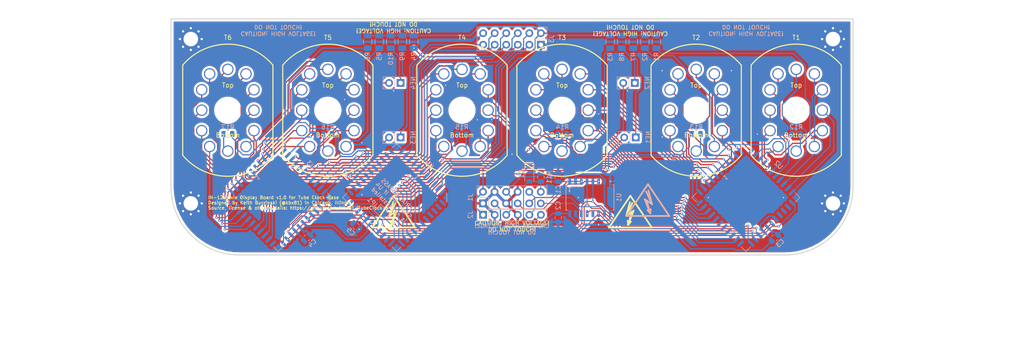
<source format=kicad_pcb>
(kicad_pcb (version 20240108) (generator "pcbnew") (generator_version "8.0")
  (layers (0 "F.Cu" signal) (31 "B.Cu" signal) (34 "B.Paste" user) (35 "F.Paste" user) (36 "B.SilkS" user "B.Silkscreen") (37 "F.SilkS" user "F.Silkscreen") (38 "B.Mask" user) (39 "F.Mask" user) (44 "Edge.Cuts" user))
  (net 0 "")
  (net 1 "T6_K_0")
  (net 2 "T6_K_1")
  (net 3 "T6_K_2")
  (net 4 "T6_K_3")
  (net 5 "T6_K_4")
  (net 6 "T6_K_5")
  (net 7 "T6_K_6")
  (net 8 "T6_K_7")
  (net 9 "T6_K_8")
  (net 10 "T6_K_9")
  (net 11 "T5_K_9")
  (net 12 "T5_K_8")
  (net 13 "T5_K_7")
  (net 14 "T5_K_6")
  (net 15 "T5_K_5")
  (net 16 "T5_K_4")
  (net 17 "T5_K_3")
  (net 18 "T5_K_2")
  (net 19 "T5_K_1")
  (net 20 "T5_K_0")
  (net 21 "T4_K_0")
  (net 22 "T4_K_1")
  (net 23 "T4_K_2")
  (net 24 "T4_K_3")
  (net 25 "T4_K_4")
  (net 26 "T4_K_5")
  (net 27 "T4_K_6")
  (net 28 "T4_K_7")
  (net 29 "T4_K_8")
  (net 30 "T4_K_9")
  (net 31 "T3_K_9")
  (net 32 "T3_K_8")
  (net 33 "T3_K_7")
  (net 34 "T3_K_6")
  (net 35 "T3_K_5")
  (net 36 "T3_K_4")
  (net 37 "T3_K_3")
  (net 38 "T3_K_2")
  (net 39 "T3_K_1")
  (net 40 "T3_K_0")
  (net 41 "T2_K_0")
  (net 42 "T2_K_1")
  (net 43 "T2_K_2")
  (net 44 "T2_K_3")
  (net 45 "T2_K_4")
  (net 46 "T2_K_5")
  (net 47 "T2_K_6")
  (net 48 "T2_K_7")
  (net 49 "T2_K_8")
  (net 50 "T2_K_9")
  (net 51 "T1_K_9")
  (net 52 "T1_K_8")
  (net 53 "T1_K_7")
  (net 54 "T1_K_6")
  (net 55 "T1_K_5")
  (net 56 "T1_K_4")
  (net 57 "T1_K_3")
  (net 58 "T1_K_2")
  (net 59 "T1_K_1")
  (net 60 "T1_K_0")
  (net 61 "+V_IN")
  (net 62 "GND")
  (net 63 "+V_HV")
  (net 64 "Net-(NE4-Pad1)")
  (net 65 "Net-(NE3-Pad1)")
  (net 66 "Net-(NE2-Pad1)")
  (net 67 "Net-(NE1-Pad1)")
  (net 68 "Net-(R3-Pad1)")
  (net 69 "+3V3")
  (net 70 "DATA_OUT")
  (net 71 "~{LE}")
  (net 72 "~{BL}")
  (net 73 "DATA_IN")
  (net 74 "CLK")
  (net 75 "T7_K")
  (net 76 "T8_K")
  (net 77 "T10_K")
  (net 78 "T9_K")
  (net 79 "~{LE_DB}")
  (net 80 "~{BL_DB}")
  (net 81 "CLK_DB")
  (net 82 "DATA_IN_DB")
  (net 83 "Net-(R1-Pad1)")
  (net 84 "Net-(R2-Pad1)")
  (net 85 "Net-(R6-Pad1)")
  (net 86 "Net-(R4-Pad1)")
  (net 87 "Net-(R5-Pad1)")
  (net 88 "DATA_THROUGH2")
  (net 89 "T1_PL")
  (net 90 "T2_PL")
  (net 91 "T3_PL")
  (net 92 "T4_PL")
  (net 93 "T5_PL")
  (net 94 "DATA_THROUGH1")
  (net 95 "T6_PL")
  (net 96 "Net-(R12-Pad1)")
  (net 97 "Net-(R13-Pad1)")
  (net 98 "Net-(R14-Pad1)")
  (net 99 "Net-(R15-Pad1)")
  (net 100 "Net-(R16-Pad1)")
  (net 101 "Net-(R17-Pad1)")
  (net 102 "EXT10")
  (net 103 "EXT9")
  (net 104 "EXT8")
  (net 105 "EXT7")
  (net 106 "EXT6")
  (net 107 "EXT5")
  (net 108 "EXT4")
  (net 109 "EXT3")
  (net 110 "EXT2")
  (net 111 "EXT1")
  (net 112 "DATA_OUT_DB")
  (footprint "TubeClock:Nixie_IN-12" (layer "F.Cu") (at 189.2424 96.3146)
    (property "Reference" "T2")
    (property "Value" "IN-12B_Nixie_Tube" (hide yes))
  )
  (footprint "TubeClock:Nixie_IN-12" (layer "F.Cu") (at 159.7424 96.3146)
    (property "Reference" "T3")
    (property "Value" "IN-12B_Nixie_Tube" (hide yes))
  )
  (footprint "TubeClock:Nixie_IN-12" (layer "F.Cu") (at 137.7424 96.3146)
    (property "Reference" "T4")
    (property "Value" "IN-12B_Nixie_Tube" (hide yes))
  )
  (footprint "TubeClock:Nixie_IN-12" (layer "F.Cu") (at 108.2424 96.3146)
    (property "Reference" "T5")
    (property "Value" "IN-12B_Nixie_Tube" (hide yes))
  )
  (footprint "TubeClock:Nixie_IN-12" (layer "F.Cu") (at 86.2424 96.3146)
    (property "Reference" "T6")
    (property "Value" "IN-12B_Nixie_Tube" (hide yes))
  )
  (footprint "TubeClock:Nixie_IN-12" (layer "F.Cu") (at 211.2424 96.3146)
    (property "Reference" "T1")
    (property "Value" "IN-12B_Nixie_Tube" (hide yes))
  )
  (footprint "MountingHole:MountingHole_3.2mm_M3_Pad_Via" (layer "F.Cu") (at 219.329 80.645)
    (property "Reference" "H2" (hide yes))
    (property "Value" "MountingHole_Pad")
  )
  (footprint "MountingHole:MountingHole_3.2mm_M3_Pad_Via" (layer "F.Cu") (at 78.105 80.645)
    (property "Reference" "H1" (hide yes))
    (property "Value" "MountingHole_Pad")
  )
  (footprint "MountingHole:MountingHole_3.2mm_M3_Pad_Via" (layer "F.Cu") (at 219.329 116.84)
    (property "Reference" "H4" (hide yes))
    (property "Value" "MountingHole_Pad")
  )
  (footprint "MountingHole:MountingHole_3.2mm_M3_Pad_Via" (layer "F.Cu") (at 78.105 116.84)
    (property "Reference" "H3" (hide yes))
    (property "Value" "MountingHole_Pad")
  )
  (footprint "TubeClock:Symbol_HighVoltage_Type2_SilkTop_VerySmall" (layer "F.Cu") (at 122.7074 119.3546)
    (property "Reference" "REF**" (hide yes))
    (property "Value" "Symbol_HighVoltage_Type2_SilkTop_VerySmall")
  )
  (footprint "TubeClock:Symbol_HighVoltage_Type2_SilkTop_VerySmall" (layer "F.Cu") (at 174.7774 119.3546)
    (property "Reference" "REF**" (hide yes))
    (property "Value" "Symbol_HighVoltage_Type2_SilkTop_VerySmall")
  )
  (footprint "TubeClock:Symbol_HighVoltage_Type2_SilkBottom_VerySmall" (layer "F.Cu") (at 178.5874 116.8146)
    (property "Reference" "REF**" (hide yes))
    (property "Value" "Symbol_HighVoltage_Type2_SilkBottom_VerySmall")
  )
  (footprint "Capacitor_SMD:C_0805_2012Metric" (layer "B.Cu") (at 158.9024 111.0996 90)
    (property "Reference" "C1")
    (property "Value" "100 nF")
  )
  (footprint "Resistor_SMD:R_1206_3216Metric" (layer "B.Cu") (at 180.4924 81.2546 90)
    (property "Reference" "R1")
    (property "Value" "10K")
  )
  (footprint "Package_SO:SOIC-16W_5.3x10.2mm_P1.27mm" (layer "B.Cu") (at 165.8874 115.5446 -90)
    (property "Reference" "U1")
    (property "Value" "CD40109B")
  )
  (footprint "Resistor_SMD:R_0805_2012Metric" (layer "B.Cu") (at 155.0924 111.0996 -90)
    (property "Reference" "R11")
    (property "Value" "10K")
  )
  (footprint "Capacitor_SMD:C_0805_2012Metric" (layer "B.Cu") (at 158.9024 119.9896 -90)
    (property "Reference" "C2")
    (property "Value" "100 nF")
  )
  (footprint "Diode_SMD:D_SOD-123" (layer "B.Cu") (at 152.5524 110.3376 -90)
    (property "Reference" "D1")
    (property "Value" "1N4148")
  )
  (footprint "Connector_PinSocket_2.54mm:PinSocket_1x02_P2.54mm_Vertical" (layer "B.Cu") (at 175.7424 90.3146 90)
    (property "Reference" "NE2")
    (property "Value" "Lamp_Neon")
  )
  (footprint "Resistor_SMD:R_1206_3216Metric" (layer "B.Cu") (at 177.9524 81.2546 90)
    (property "Reference" "R2")
    (property "Value" "10K")
  )
  (footprint "Resistor_SMD:R_1206_3216Metric" (layer "B.Cu") (at 175.4124 81.2546 90)
    (property "Reference" "R7")
    (property "Value" "470K")
  )
  (footprint "Resistor_SMD:R_1206_3216Metric" (layer "B.Cu") (at 172.8724 81.2546 90)
    (property "Reference" "R8")
    (property "Value" "470K")
  )
  (footprint "Resistor_SMD:R_0805_2012Metric" (layer "B.Cu") (at 137.6934 101.5746)
    (property "Reference" "R15")
    (property "Value" "10K")
  )
  (footprint "Capacitor_SMD:C_0805_2012Metric" (layer "B.Cu") (at 114.4524 121.8946 -45)
    (property "Reference" "C5")
    (property "Value" "100 nF")
  )
  (footprint "Jumper:SolderJumper-2_P1.3mm_Open_Pad1.0x1.5mm" (layer "B.Cu") (at 120.1674 118.7196 -45)
    (property "Reference" "JP1")
    (property "Value" "SolderJumper_2_Open")
  )
  (footprint "Connector_PinSocket_2.54mm:PinSocket_2x06_P2.54mm_Vertical" (layer "B.Cu") (at 142.367 116.84 -90)
    (property "Reference" "J1")
    (property "Value" "Conn_02x06_Odd_Even")
  )
  (footprint "Connector_PinHeader_2.54mm:PinHeader_2x06_P2.54mm_Vertical" (layer "B.Cu") (at 155.0924 81.8896 90)
    (property "Reference" "J3")
    (property "Value" "Conn_02x06_Odd_Even")
  )
  (footprint "Resistor_SMD:R_1206_3216Metric" (layer "B.Cu") (at 170.3324 81.2546 90)
    (property "Reference" "R3")
    (property "Value" "10K")
  )
  (footprint "Resistor_SMD:R_0805_2012Metric" (layer "B.Cu") (at 108.2294 101.5746 180)
    (property "Reference" "R16")
    (property "Value" "10K")
  )
  (footprint "Package_LCC:PLCC-44_16.6x16.6mm_P1.27mm" (layer "B.Cu") (at 97.3074 115.5446 -135)
    (property "Reference" "U3")
    (property "Value" "HV5622")
  )
  (footprint "Package_LCC:PLCC-44_16.6x16.6mm_P1.27mm" (layer "B.Cu") (at 200.1774 115.5446 -135)
    (property "Reference" "U2")
    (property "Value" "HV5622")
  )
  (footprint "Package_LCC:PLCC-44_16.6x16.6mm_P1.27mm" (layer "B.Cu") (at 123.3424 115.5446 135)
    (property "Reference" "U4")
    (property "Value" "HV5622")
  )
  (footprint "Connector_PinSocket_2.54mm:PinSocket_1x02_P2.54mm_Vertical" (layer "B.Cu") (at 124.2424 90.3146 90)
    (property "Reference" "NE4")
    (property "Value" "Lamp_Neon")
  )
  (footprint "Connector_PinSocket_2.54mm:PinSocket_1x02_P2.54mm_Vertical" (layer "B.Cu") (at 124.2424 102.3146 90)
    (property "Reference" "NE3")
    (property "Value" "Lamp_Neon")
  )
  (footprint "Resistor_SMD:R_1206_3216Metric" (layer "B.Cu") (at 124.6124 81.2546 90)
    (property "Reference" "R9")
    (property "Value" "470K")
  )
  (footprint "Resistor_SMD:R_1206_3216Metric" (layer "B.Cu") (at 127.1524 81.2546 90)
    (property "Reference" "R4")
    (property "Value" "10K")
  )
  (footprint "Resistor_SMD:R_1206_3216Metric" (layer "B.Cu") (at 119.5324 81.2546 90)
    (property "Reference" "R5")
    (property "Value" "10K")
  )
  (footprint "Resistor_SMD:R_1206_3216Metric" (layer "B.Cu") (at 116.9924 81.2546 90)
    (property "Reference" "R6")
    (property "Value" "10K")
  )
  (footprint "Resistor_SMD:R_1206_3216Metric" (layer "B.Cu") (at 122.0724 81.2546 90)
    (property "Reference" "R10")
    (property "Value" "470K")
  )
  (footprint "Resistor_SMD:R_0805_2012Metric" (layer "B.Cu") (at 86.2584 101.5746 180)
    (property "Reference" "R17")
    (property "Value" "10K")
  )
  (footprint "Resistor_SMD:R_0805_2012Metric" (layer "B.Cu") (at 211.2264 101.5746)
    (property "Reference" "R12")
    (property "Value" "10K")
  )
  (footprint "Resistor_SMD:R_0805_2012Metric" (layer "B.Cu") (at 189.2554 101.5746)
    (property "Reference" "R13")
    (property "Value" "10K")
  )
  (footprint "Resistor_SMD:R_0805_2012Metric" (layer "B.Cu") (at 159.7914 101.5746)
    (property "Reference" "R14")
    (property "Value" "10K")
  )
  (footprint "Capacitor_SMD:C_0805_2012Metric" (layer "B.Cu") (at 206.5274 124.4346 45)
    (property "Reference" "C3")
    (property "Value" "100 nF")
  )
  (footprint "Capacitor_SMD:C_0805_2012Metric" (layer "B.Cu") (at 103.6574 124.4346 45)
    (property "Reference" "C4")
    (property "Value" "100 nF")
  )
  (footprint "Connector_PinSocket_2.54mm:PinSocket_1x02_P2.54mm_Vertical" (layer "B.Cu") (at 175.952 102.3146 90)
    (property "Reference" "NE1")
    (property "Value" "Lamp_Neon")
  )
  (footprint "Connector_PinSocket_2.54mm:PinSocket_1x06_P2.54mm_Vertical" (layer "B.Cu") (at 142.3924 119.3546 -90)
    (property "Reference" "J2")
    (property "Value" "Conn_01x06")
  )
  (gr_arc (start 88.745799 128.200001) (mid 78.139198 123.806602) (end 73.7458 113.2) (stroke (width 0.2)) (layer "Edge.Cuts"))
  (gr_line (start 73.7458 113.200001) (end 73.7458 76.2) (stroke (width 0.2)) (layer "Edge.Cuts"))
  (gr_arc (start 223.745799 113.200001) (mid 219.352401 123.806602) (end 208.7458 128.2) (stroke (width 0.2)) (layer "Edge.Cuts"))
  (gr_line (start 73.7458 76.2) (end 223.7458 76.2) (stroke (width 0.2)) (layer "Edge.Cuts"))
  (gr_line (start 223.7458 76.2) (end 223.7458 113.200001) (stroke (width 0.2)) (layer "Edge.Cuts"))
  (gr_line (start 208.7458 128.2) (end 88.7458 128.2) (stroke (width 0.2)) (layer "Edge.Cuts"))
  (gr_text "1" (at 92.8624 111.0996 225) (layer "B.SilkS") (effects (font (size 1 1)) (justify mirror)))
  (gr_text "1" (at 161.4424 113.7666 180) (layer "B.SilkS") (effects (font (size 1 1)) (justify mirror)))
  (gr_text "1" (at 127.7874 111.0996 135) (layer "B.SilkS") (effects (font (size 1 1)) (justify mirror)))
  (gr_text "CAUTION: HIGH VOLTAGE!\nDO NOT TOUCH!" (at 148.7424 122.5296 0) (layer "B.SilkS") (effects (font (size 0.889 0.889) (thickness 0.1524)) (justify mirror)))
  (gr_text "CAUTION: HIGH VOLTAGE!\nDO NOT TOUCH!" (at 97.3074 78.7146 180) (layer "B.SilkS") (effects (font (size 0.889 0.889) (thickness 0.1524)) (justify mirror)))
  (gr_text "SERIAL BYPASS\nShort JP1 if U4\nis not installed" (at 122.7074 116.1796 315) (layer "B.SilkS") (effects (font (size 0.889 0.889) (thickness 0.1524)) (justify mirror)))
  (gr_text "CAUTION: HIGH VOLTAGE!\nDO NOT TOUCH!" (at 200.1774 78.7146 180) (layer "B.SilkS") (effects (font (size 0.889 0.889) (thickness 0.1524)) (justify mirror)))
  (gr_text "1" (at 195.7324 111.0996 225) (layer "B.SilkS") (effects (font (size 1 1)) (justify mirror)))
  (gr_text "CAUTION: HIGH VOLTAGE!\nDO NOT TOUCH!" (at 122.7074 78.0796 180) (layer "F.SilkS") (effects (font (size 0.889 0.889) (thickness 0.1524))))
  (gr_text "CAUTION: HIGH VOLTAGE!\nDO NOT TOUCH!" (at 174.7774 78.7146 180) (layer "F.SilkS") (effects (font (size 0.889 0.889) (thickness 0.1524))))
  (gr_text "CAUTION: HIGH VOLTAGE!\nDO NOT TOUCH!" (at 148.7424 121.8946 0) (layer "F.SilkS") (effects (font (size 0.889 0.889) (thickness 0.1524))))
  (gr_text "IN-12 Nixie Display Board v1.0 for Tube Clock Base\nDesigned by Keith Burzinski (@kbx81) in Chicago, Illinois\nSource, license & other details: https://github.com/kbx81/TubeClock" (at 81.8134 116.6876 0) (layer "F.SilkS") (effects (font (size 0.7112 0.7112) (thickness 0.127)) (justify left)))
  (segment (start 86.2584 115.4176) (end 85.6234 116.0526) (width 0.254) (layer "F.Cu") (net 1))
  (segment (start 92.4814 106.0196) (end 89.5604 108.9406) (width 0.254) (layer "F.Cu") (net 1))
  (segment (start 92.4814 103.071686) (end 92.4814 106.0196) (width 0.254) (layer "F.Cu") (net 1))
  (segment (start 85.6234 116.0526) (end 85.6234 122.5296) (width 0.254) (layer "F.Cu") (net 1))
  (segment (start 86.2584 114.4016) (end 86.2584 115.4176) (width 0.254) (layer "F.Cu") (net 1))
  (segment (start 89.5604 108.9406) (end 89.5604 111.0996) (width 0.254) (layer "F.Cu") (net 1))
  (segment (start 89.5604 111.0996) (end 86.2584 114.4016) (width 0.254) (layer "F.Cu") (net 1))
  (segment (start 91.99042 100.81294) (end 91.99042 102.580706) (width 0.254) (layer "F.Cu") (net 1))
  (segment (start 91.99042 102.580706) (end 92.4814 103.071686) (width 0.254) (layer "F.Cu") (net 1))
  (via (at 85.6234 122.5296) (size 0.508) (drill 0.254) (layers "F.Cu" "B.Cu") (net 1))
  (segment (start 85.6234 122.5296) (end 90.3224 122.5296) (width 0.254) (layer "B.Cu") (net 1))
  (segment (start 90.3224 122.5296) (end 91.650546 121.201454) (width 0.254) (layer "B.Cu") (net 1))
  (segment (start 90.75252 120.303429) (end 89.161349 121.8946) (width 0.254) (layer "B.Cu") (net 2))
  (segment (start 89.161349 121.8946) (end 84.7344 121.8946) (width 0.254) (layer "B.Cu") (net 2))
  (segment (start 82.24444 119.40464) (end 82.24444 104.31306) (width 0.254) (layer "B.Cu") (net 2))
  (segment (start 84.7344 121.8946) (end 82.24444 119.40464) (width 0.254) (layer "B.Cu") (net 2))
  (segment (start 80.49438 100.81294) (end 80.49438 105.08158) (width 0.254) (layer "F.Cu") (net 3))
  (segment (start 80.49438 105.08158) (end 84.9884 109.5756) (width 0.254) (layer "F.Cu") (net 3))
  (segment (start 84.9884 109.5756) (end 84.9884 121.2596) (width 0.254) (layer "F.Cu") (net 3))
  (via (at 84.9884 121.2596) (size 0.508) (drill 0.254) (layers "F.Cu" "B.Cu") (net 3))
  (segment (start 84.9884 121.2596) (end 88.000298 121.2596) (width 0.254) (layer "B.Cu") (net 3))
  (segment (start 88.000298 121.2596) (end 89.854495 119.405403) (width 0.254) (layer "B.Cu") (net 3))
  (segment (start 78.7654 98.04358) (end 78.7654 104.1146) (width 0.254) (layer "F.Cu") (net 4))
  (segment (start 80.49438 96.3146) (end 78.7654 98.04358) (width 0.254) (layer "F.Cu") (net 4))
  (segment (start 78.7654 104.1146) (end 78.7654 104.2416) (width 0.254) (layer "F.Cu") (net 4))
  (segment (start 84.3534 109.8296) (end 84.3534 120.6246) (width 0.254) (layer "F.Cu") (net 4))
  (segment (start 78.7654 104.2416) (end 84.3534 109.8296) (width 0.254) (layer "F.Cu") (net 4))
  (via (at 84.3534 120.6246) (size 0.508) (drill 0.254) (layers "F.Cu" "B.Cu") (net 4))
  (segment (start 84.3534 120.6246) (end 86.839246 120.6246) (width 0.254) (layer "B.Cu") (net 4))
  (segment (start 86.839246 120.6246) (end 88.956469 118.507377) (width 0.254) (layer "B.Cu") (net 4))
  (segment (start 83.7184 110.0836) (end 83.7184 119.9896) (width 0.254) (layer "F.Cu") (net 5))
  (segment (start 80.49438 93.87662) (end 78.1304 96.2406) (width 0.254) (layer "F.Cu") (net 5))
  (segment (start 80.49438 91.81626) (end 80.49438 93.87662) (width 0.254) (layer "F.Cu") (net 5))
  (segment (start 78.1304 96.2406) (end 78.1304 104.4956) (width 0.254) (layer "F.Cu") (net 5))
  (segment (start 78.1304 104.4956) (end 83.7184 110.0836) (width 0.254) (layer "F.Cu") (net 5))
  (via (at 83.7184 119.9896) (size 0.508) (drill 0.254) (layers "F.Cu" "B.Cu") (net 5))
  (segment (start 85.678195 119.9896) (end 88.058443 117.609352) (width 0.254) (layer "B.Cu") (net 5))
  (segment (start 83.7184 119.9896) (end 85.678195 119.9896) (width 0.254) (layer "B.Cu") (net 5))
  (segment (start 85.6234 109.3216) (end 85.6234 115.1636) (width 0.254) (layer "F.Cu") (net 6))
  (segment (start 83.9724 103.6066) (end 83.9724 107.6706) (width 0.254) (layer "F.Cu") (net 6))
  (segment (start 82.24444 101.87864) (end 83.9724 103.6066) (width 0.254) (layer "F.Cu") (net 6))
  (segment (start 82.24444 88.31614) (end 82.24444 101.87864) (width 0.254) (layer "F.Cu") (net 6))
  (segment (start 83.9724 107.6706) (end 85.6234 109.3216) (width 0.254) (layer "F.Cu") (net 6))
  (via (at 85.6234 115.1636) (size 0.508) (drill 0.254) (layers "F.Cu" "B.Cu") (net 6))
  (segment (start 85.6234 115.174308) (end 87.160418 116.711326) (width 0.254) (layer "B.Cu") (net 6))
  (segment (start 85.6234 115.1636) (end 85.6234 115.174308) (width 0.254) (layer "B.Cu") (net 6))
  (segment (start 82.8294 90.72838) (end 82.8294 101.5746) (width 0.254) (layer "F.Cu") (net 7))
  (segment (start 84.4804 107.2896) (end 86.2584 109.0676) (width 0.254) (layer "F.Cu") (net 7))
  (segment (start 82.8294 101.5746) (end 84.4804 103.2256) (width 0.254) (layer "F.Cu") (net 7))
  (segment (start 84.4804 103.2256) (end 84.4804 107.2896) (width 0.254) (layer "F.Cu") (net 7))
  (segment (start 86.2584 109.0676) (end 86.2584 113.5126) (width 0.254) (layer "F.Cu") (net 7))
  (segment (start 86.2424 87.31538) (end 82.8294 90.72838) (width 0.254) (layer "F.Cu") (net 7))
  (via (at 86.2584 113.5126) (size 0.508) (drill 0.254) (layers "F.Cu" "B.Cu") (net 7))
  (segment (start 87.123674 114.377874) (end 86.2584 113.5126) (width 0.254) (layer "B.Cu") (net 7))
  (segment (start 87.160418 114.377874) (end 87.123674 114.377874) (width 0.254) (layer "B.Cu") (net 7))
  (segment (start 89.1794 89.6366) (end 89.1794 101.5746) (width 0.254) (layer "F.Cu") (net 8))
  (segment (start 87.9094 108.0516) (end 87.1474 108.8136) (width 0.254) (layer "F.Cu") (net 8))
  (segment (start 90.24036 88.31614) (end 90.24036 88.57564) (width 0.254) (layer "F.Cu") (net 8))
  (segment (start 87.1474 108.8136) (end 87.1474 112.4966) (width 0.254) (layer "F.Cu") (net 8))
  (segment (start 87.9094 102.8446) (end 87.9094 108.0516) (width 0.254) (layer "F.Cu") (net 8))
  (segment (start 89.1794 101.5746) (end 87.9094 102.8446) (width 0.254) (layer "F.Cu") (net 8))
  (segment (start 90.24036 88.57564) (end 89.1794 89.6366) (width 0.254) (layer "F.Cu") (net 8))
  (via (at 87.1474 112.4966) (size 0.508) (drill 0.254) (layers "F.Cu" "B.Cu") (net 8))
  (segment (start 88.058443 113.407643) (end 87.1474 112.4966) (width 0.254) (layer "B.Cu") (net 8))
  (segment (start 88.058443 113.479848) (end 88.058443 113.407643) (width 0.254) (layer "B.Cu") (net 8))
  (segment (start 88.4174 108.4326) (end 88.0364 108.8136) (width 0.254) (layer "F.Cu") (net 9))
  (segment (start 88.0364 108.8136) (end 88.0364 111.6076) (width 0.254) (layer "F.Cu") (net 9))
  (segment (start 88.4174 103.0986) (end 88.4174 108.4326) (width 0.254) (layer "F.Cu") (net 9))
  (segment (start 89.6874 101.8286) (end 88.4174 103.0986) (width 0.254) (layer "F.Cu") (net 9))
  (segment (start 91.99042 91.81626) (end 89.6874 94.11928) (width 0.254) (layer "F.Cu") (net 9))
  (segment (start 89.6874 94.11928) (end 89.6874 101.8286) (width 0.254) (layer "F.Cu") (net 9))
  (via (at 88.0364 111.6076) (size 0.508) (drill 0.254) (layers "F.Cu" "B.Cu") (net 9))
  (segment (start 88.956469 112.581823) (end 88.956469 112.527669) (width 0.254) (layer "B.Cu") (net 9))
  (segment (start 88.956469 112.527669) (end 88.0364 111.6076) (width 0.254) (layer "B.Cu") (net 9))
  (segment (start 90.1954 98.10962) (end 90.1954 101.7016) (width 0.254) (layer "F.Cu") (net 10))
  (segment (start 88.9254 108.8136) (end 88.9254 110.7186) (width 0.254) (layer "F.Cu") (net 10))
  (segment (start 91.9734 103.4796) (end 91.9734 105.7656) (width 0.254) (layer "F.Cu") (net 10))
  (segment (start 91.99042 96.3146) (end 90.1954 98.10962) (width 0.254) (layer "F.Cu") (net 10))
  (segment (start 91.9734 105.7656) (end 88.9254 108.8136) (width 0.254) (layer "F.Cu") (net 10))
  (segment (start 90.1954 101.7016) (end 91.9734 103.4796) (width 0.254) (layer "F.Cu") (net 10))
  (via (at 88.9254 110.7186) (size 0.508) (drill 0.254) (layers "F.Cu" "B.Cu") (net 10))
  (segment (start 89.854495 111.683797) (end 89.854495 111.647695) (width 0.254) (layer "B.Cu") (net 10))
  (segment (start 89.854495 111.647695) (end 88.9254 110.7186) (width 0.254) (layer "B.Cu") (net 10))
  (segment (start 105.9434 105.0036) (end 103.9114 107.0356) (width 0.254) (layer "F.Cu") (net 11))
  (segment (start 105.9434 104.36162) (end 105.9434 105.0036) (width 0.254) (layer "F.Cu") (net 11))
  (segment (start 113.99042 96.3146) (end 105.9434 104.36162) (width 0.254) (layer "F.Cu") (net 11))
  (segment (start 103.9114 107.0356) (end 101.7524 107.0356) (width 0.254) (layer "F.Cu") (net 11))
  (segment (start 101.7524 107.0356) (end 101.1174 106.4006) (width 0.254) (layer "F.Cu") (net 11))
  (via (at 101.1174 106.4006) (size 0.508) (drill 0.254) (layers "F.Cu" "B.Cu") (net 11))
  (segment (start 100.270177 107.193669) (end 100.324331 107.193669) (width 0.254) (layer "B.Cu") (net 11))
  (segment (start 100.324331 107.193669) (end 101.1174 106.4006) (width 0.254) (layer "B.Cu") (net 11))
  (segment (start 104.9274 94.7166) (end 104.9274 101.7016) (width 0.254) (layer "F.Cu") (net 12))
  (segment (start 107.82774 91.81626) (end 104.9274 94.7166) (width 0.254) (layer "F.Cu") (net 12))
  (segment (start 104.9274 101.7016) (end 104.4194 102.2096) (width 0.254) (layer "F.Cu") (net 12))
  (segment (start 113.99042 91.81626) (end 107.82774 91.81626) (width 0.254) (layer "F.Cu") (net 12))
  (via (at 104.4194 102.2096) (size 0.508) (drill 0.254) (layers "F.Cu" "B.Cu") (net 12))
  (segment (start 104.4194 102.2096) (end 103.458195 102.2096) (width 0.254) (layer "B.Cu") (net 12))
  (segment (start 103.458195 102.2096) (end 99.372152 106.295643) (width 0.254) (layer "B.Cu") (net 12))
  (segment (start 107.611267 91.177467) (end 104.2924 94.496334) (width 0.254) (layer "F.Cu") (net 13))
  (segment (start 99.9744 102.4636) (end 98.8314 103.6066) (width 0.254) (layer "F.Cu") (net 13))
  (segment (start 107.611267 91.177467) (end 109.379033 91.177467) (width 0.254) (layer "F.Cu") (net 13))
  (segment (start 104.2924 101.4476) (end 103.2764 102.4636) (width 0.254) (layer "F.Cu") (net 13))
  (segment (start 104.2924 94.496334) (end 104.2924 101.4476) (width 0.254) (layer "F.Cu") (net 13))
  (segment (start 103.2764 102.4636) (end 99.9744 102.4636) (width 0.254) (layer "F.Cu") (net 13))
  (segment (start 109.379033 91.177467) (end 112.24036 88.31614) (width 0.254) (layer "F.Cu") (net 13))
  (via (at 98.8314 103.6066) (size 0.508) (drill 0.254) (layers "F.Cu" "B.Cu") (net 13))
  (segment (start 98.8314 103.6066) (end 98.8314 105.040344) (width 0.254) (layer "B.Cu") (net 13))
  (segment (start 98.8314 105.040344) (end 98.474126 105.397618) (width 0.254) (layer "B.Cu") (net 13))
  (segment (start 106.474634 87.31538) (end 105.747854 86.5886) (width 0.254) (layer "F.Cu") (net 14))
  (segment (start 103.5304 86.5886) (end 99.4664 90.6526) (width 0.254) (layer "F.Cu") (net 14))
  (segment (start 108.2424 87.31538) (end 106.474634 87.31538) (width 0.254) (layer "F.Cu") (net 14))
  (segment (start 105.747854 86.5886) (end 103.5304 86.5886) (width 0.254) (layer "F.Cu") (net 14))
  (segment (start 99.4664 90.6526) (end 99.4664 98.5266) (width 0.254) (layer "F.Cu") (net 14))
  (segment (start 99.4664 98.5266) (end 94.5134 103.4796) (width 0.254) (layer "F.Cu") (net 14))
  (via (at 94.5134 103.4796) (size 0.508) (drill 0.254) (layers "F.Cu" "B.Cu") (net 14))
  (segment (start 94.5134 103.770344) (end 94.5134 103.4796) (width 0.254) (layer "B.Cu") (net 14))
  (segment (start 96.140674 105.397618) (end 94.5134 103.770344) (width 0.254) (layer "B.Cu") (net 14))
  (segment (start 100.1014 98.7806) (end 94.0054 104.8766) (width 0.254) (layer "F.Cu") (net 15))
  (segment (start 102.330861 89.566139) (end 100.1014 91.7956) (width 0.254) (layer "F.Cu") (net 15))
  (segment (start 100.1014 91.7956) (end 100.1014 98.7806) (width 0.254) (layer "F.Cu") (net 15))
  (segment (start 104.24444 88.31614) (end 102.994441 89.566139) (width 0.254) (layer "F.Cu") (net 15))
  (segment (start 102.994441 89.566139) (end 102.330861 89.566139) (width 0.254) (layer "F.Cu") (net 15))
  (via (at 94.0054 104.8766) (size 0.508) (drill 0.254) (layers "F.Cu" "B.Cu") (net 15))
  (segment (start 95.242648 106.113848) (end 94.0054 104.8766) (width 0.254) (layer "B.Cu") (net 15))
  (segment (start 95.242648 106.295643) (end 95.242648 106.113848) (width 0.254) (layer "B.Cu") (net 15))
  (segment (start 102.49438 91.81626) (end 100.7364 93.57424) (width 0.254) (layer "F.Cu") (net 16))
  (segment (start 98.1964 101.5746) (end 93.8784 105.8926) (width 0.254) (layer "F.Cu") (net 16))
  (segment (start 100.7364 99.0346) (end 98.1964 101.5746) (width 0.254) (layer "F.Cu") (net 16))
  (segment (start 100.7364 93.57424) (end 100.7364 99.0346) (width 0.254) (layer "F.Cu") (net 16))
  (via (at 93.8784 105.8926) (size 0.508) (drill 0.254) (layers "F.Cu" "B.Cu") (net 16))
  (segment (start 93.8784 105.8926) (end 93.8784 106.727446) (width 0.254) (layer "B.Cu") (net 16))
  (segment (start 93.8784 106.727446) (end 94.344623 107.193669) (width 0.254) (layer "B.Cu") (net 16))
  (segment (start 93.2434 107.4166) (end 102.49438 98.16562) (width 0.254) (layer "F.Cu") (net 17))
  (segment (start 92.8624 107.4166) (end 93.2434 107.4166) (width 0.254) (layer "F.Cu") (net 17))
  (segment (start 102.49438 98.16562) (end 102.49438 96.3146) (width 0.254) (layer "F.Cu") (net 17))
  (via (at 92.8624 107.4166) (size 0.508) (drill 0.254) (layers "F.Cu" "B.Cu") (net 17))
  (segment (start 93.446597 108.091695) (end 93.446597 108.000797) (width 0.254) (layer "B.Cu") (net 17))
  (segment (start 93.446597 108.000797) (end 92.8624 107.4166) (width 0.254) (layer "B.Cu") (net 17))
  (segment (start 100.725351 100.81294) (end 92.831413 108.706878) (width 0.254) (layer "F.Cu") (net 18))
  (segment (start 102.49438 100.81294) (end 100.725351 100.81294) (width 0.254) (layer "F.Cu") (net 18))
  (segment (start 92.831413 108.706878) (end 92.548571 108.98972) (width 0.254) (layer "F.Cu") (net 18))
  (via (at 92.548571 108.98972) (size 0.508) (drill 0.254) (layers "F.Cu" "B.Cu") (net 18))
  (segment (start 92.550254 109.887746) (end 91.650546 109.887746) (width 0.254) (layer "F.Cu") (net 19))
  (segment (start 104.24444 104.31306) (end 98.12494 104.31306) (width 0.254) (layer "F.Cu") (net 19))
  (segment (start 98.12494 104.31306) (end 92.550254 109.887746) (width 0.254) (layer "F.Cu") (net 19))
  (via (at 91.650546 109.887746) (size 0.508) (drill 0.254) (layers "F.Cu" "B.Cu") (net 19))
  (segment (start 113.99042 100.81294) (end 110.13406 100.81294) (width 0.254) (layer "F.Cu") (net 20))
  (segment (start 104.0384 107.6706) (end 95.6564 107.6706) (width 0.254) (layer "F.Cu") (net 20))
  (segment (start 106.4514 105.2576) (end 104.0384 107.6706) (width 0.254) (layer "F.Cu") (net 20))
  (segment (start 110.13406 100.81294) (end 106.4514 104.4956) (width 0.254) (layer "F.Cu") (net 20))
  (segment (start 106.4514 104.4956) (end 106.4514 105.2576) (width 0.254) (layer "F.Cu") (net 20))
  (segment (start 92.541229 110.785771) (end 90.75252 110.785771) (width 0.254) (layer "F.Cu") (net 20))
  (segment (start 95.6564 107.6706) (end 92.541229 110.785771) (width 0.254) (layer "F.Cu") (net 20))
  (via (at 90.75252 110.785771) (size 0.508) (drill 0.254) (layers "F.Cu" "B.Cu") (net 20))
  (segment (start 133.1214 106.6546) (end 133.7564 106.6546) (width 0.254) (layer "F.Cu") (net 21))
  (segment (start 129.4384 110.3376) (end 101.7524 110.3376) (width 0.254) (layer "F.Cu") (net 21))
  (segment (start 141.8844 107.0356) (end 143.49042 105.42958) (width 0.254) (layer "F.Cu") (net 21))
  (segment (start 133.1214 106.6546) (end 129.4384 110.3376) (width 0.254) (layer "F.Cu") (net 21))
  (segment (start 143.49042 105.42958) (end 143.49042 100.81294) (width 0.254) (layer "F.Cu") (net 21))
  (segment (start 101.7524 110.3376) (end 100.3554 108.9406) (width 0.254) (layer "F.Cu") (net 21))
  (segment (start 134.1374 107.0356) (end 141.8844 107.0356) (width 0.254) (layer "F.Cu") (net 21))
  (segment (start 133.7564 106.6546) (end 134.1374 107.0356) (width 0.254) (layer "F.Cu") (net 21))
  (via (at 100.3554 108.9406) (size 0.508) (drill 0.254) (layers "F.Cu" "B.Cu") (net 21))
  (segment (start 101.168203 108.091695) (end 101.168203 108.127797) (width 0.254) (layer "B.Cu") (net 21))
  (segment (start 101.168203 108.127797) (end 100.3554 108.9406) (width 0.254) (layer "B.Cu") (net 21))
  (segment (start 128.9899 109.0676) (end 111.9124 109.0676) (width 0.254) (layer "F.Cu") (net 22))
  (segment (start 102.779109 109.7026) (end 102.066229 108.98972) (width 0.254) (layer "F.Cu") (net 22))
  (segment (start 111.9124 109.0676) (end 111.2774 109.7026) (width 0.254) (layer "F.Cu") (net 22))
  (segment (start 111.2774 109.7026) (end 102.779109 109.7026) (width 0.254) (layer "F.Cu") (net 22))
  (segment (start 133.74444 104.31306) (end 128.9899 109.0676) (width 0.254) (layer "F.Cu") (net 22))
  (via (at 102.066229 108.98972) (size 0.508) (drill 0.254) (layers "F.Cu" "B.Cu") (net 22))
  (segment (start 111.0234 109.0676) (end 111.6584 108.4326) (width 0.254) (layer "F.Cu") (net 23))
  (segment (start 131.99438 105.24162) (end 131.99438 100.81294) (width 0.254) (layer "F.Cu") (net 23))
  (segment (start 111.6584 108.4326) (end 128.8034 108.4326) (width 0.254) (layer "F.Cu") (net 23))
  (segment (start 103.7844 109.0676) (end 111.0234 109.0676) (width 0.254) (layer "F.Cu") (net 23))
  (segment (start 128.8034 108.4326) (end 131.99438 105.24162) (width 0.254) (layer "F.Cu") (net 23))
  (via (at 103.7844 109.0676) (size 0.508) (drill 0.254) (layers "F.Cu" "B.Cu") (net 23))
  (segment (start 102.964254 109.887746) (end 103.7844 109.0676) (width 0.254) (layer "B.Cu") (net 23))
  (segment (start 130.2004 98.10858) (end 131.99438 96.3146) (width 0.254) (layer "F.Cu") (net 24))
  (segment (start 110.7694 108.4326) (end 111.4044 107.7976) (width 0.254) (layer "F.Cu") (net 24))
  (segment (start 130.2004 106.1466) (end 130.2004 98.10858) (width 0.254) (layer "F.Cu") (net 24))
  (segment (start 106.1974 108.4326) (end 110.7694 108.4326) (width 0.254) (layer "F.Cu") (net 24))
  (segment (start 111.4044 107.7976) (end 128.5494 107.7976) (width 0.254) (layer "F.Cu") (net 24))
  (segment (start 128.5494 107.7976) (end 130.2004 106.1466) (width 0.254) (layer "F.Cu") (net 24))
  (via (at 106.1974 108.4326) (size 0.508) (drill 0.254) (layers "F.Cu" "B.Cu") (net 24))
  (segment (start 103.86228 110.785771) (end 106.1974 108.450651) (width 0.254) (layer "B.Cu") (net 24))
  (segment (start 106.1974 108.450651) (end 106.1974 108.4326) (width 0.254) (layer "B.Cu") (net 24))
  (segment (start 129.5654 105.8926) (end 129.5654 94.24524) (width 0.254) (layer "F.Cu") (net 25))
  (segment (start 108.6104 107.7976) (end 110.5154 107.7976) (width 0.254) (layer "F.Cu") (net 25))
  (segment (start 129.5654 94.24524) (end 131.99438 91.81626) (width 0.254) (layer "F.Cu") (net 25))
  (segment (start 111.1504 107.1626) (end 128.2954 107.1626) (width 0.254) (layer "F.Cu") (net 25))
  (segment (start 110.5154 107.7976) (end 111.1504 107.1626) (width 0.254) (layer "F.Cu") (net 25))
  (segment (start 128.2954 107.1626) (end 129.5654 105.8926) (width 0.254) (layer "F.Cu") (net 25))
  (via (at 108.6104 107.7976) (size 0.508) (drill 0.254) (layers "F.Cu" "B.Cu") (net 25))
  (segment (start 104.760305 111.683797) (end 108.6104 107.833702) (width 0.254) (layer "B.Cu") (net 25))
  (segment (start 108.6104 107.833702) (end 108.6104 107.7976) (width 0.254) (layer "B.Cu") (net 25))
  (segment (start 114.4524 106.5276) (end 128.0414 106.5276) (width 0.254) (layer "F.Cu") (net 26))
  (segment (start 128.9304 105.6386) (end 128.9304 91.362414) (width 0.254) (layer "F.Cu") (net 26))
  (segment (start 131.976674 88.31614) (end 133.74444 88.31614) (width 0.254) (layer "F.Cu") (net 26))
  (segment (start 128.0414 106.5276) (end 128.9304 105.6386) (width 0.254) (layer "F.Cu") (net 26))
  (segment (start 128.9304 91.362414) (end 131.976674 88.31614) (width 0.254) (layer "F.Cu") (net 26))
  (via (at 114.4524 106.5276) (size 0.508) (drill 0.254) (layers "F.Cu" "B.Cu") (net 26))
  (segment (start 113.001246 107.978754) (end 114.4524 106.5276) (width 0.254) (layer "B.Cu") (net 26))
  (segment (start 110.2614 107.978754) (end 113.001246 107.978754) (width 0.254) (layer "B.Cu") (net 26))
  (segment (start 105.658331 112.581823) (end 110.2614 107.978754) (width 0.254) (layer "B.Cu") (net 26))
  (segment (start 135.247854 86.5886) (end 135.974634 87.31538) (width 0.254) (layer "F.Cu") (net 27))
  (segment (start 127.7874 105.8926) (end 128.2954 105.3846) (width 0.254) (layer "F.Cu") (net 27))
  (segment (start 135.974634 87.31538) (end 137.7424 87.31538) (width 0.254) (layer "F.Cu") (net 27))
  (segment (start 128.2954 91.1606) (end 132.8674 86.5886) (width 0.254) (layer "F.Cu") (net 27))
  (segment (start 128.2954 105.3846) (end 128.2954 91.1606) (width 0.254) (layer "F.Cu") (net 27))
  (segment (start 115.9764 105.8926) (end 127.7874 105.8926) (width 0.254) (layer "F.Cu") (net 27))
  (segment (start 132.8674 86.5886) (end 135.247854 86.5886) (width 0.254) (layer "F.Cu") (net 27))
  (via (at 115.9764 105.8926) (size 0.508) (drill 0.254) (layers "F.Cu" "B.Cu") (net 27))
  (segment (start 112.828797 109.040203) (end 115.9764 105.8926) (width 0.254) (layer "B.Cu") (net 27))
  (segment (start 106.556357 113.479848) (end 110.996003 109.040203) (width 0.254) (layer "B.Cu") (net 27))
  (segment (start 112.828797 109.040203) (end 110.996003 109.040203) (width 0.254) (layer "B.Cu") (net 27))
  (segment (start 133.7564 101.9556) (end 135.4074 103.6066) (width 0.254) (layer "F.Cu") (net 28))
  (segment (start 141.74036 88.31614) (end 139.972594 88.31614) (width 0.254) (layer "F.Cu") (net 28))
  (segment (start 135.4074 105.1306) (end 134.5184 106.0196) (width 0.254) (layer "F.Cu") (net 28))
  (segment (start 135.4074 103.6066) (end 135.4074 105.1306) (width 0.254) (layer "F.Cu") (net 28))
  (segment (start 139.972594 88.31614) (end 133.7564 94.532334) (width 0.254) (layer "F.Cu") (net 28))
  (segment (start 132.8674 106.0196) (end 129.1844 109.7026) (width 0.254) (layer "F.Cu") (net 28))
  (segment (start 133.7564 94.532334) (end 133.7564 101.4476) (width 0.254) (layer "F.Cu") (net 28))
  (segment (start 133.7564 101.4476) (end 133.7564 101.9556) (width 0.254) (layer "F.Cu") (net 28))
  (segment (start 129.1844 109.7026) (end 112.1664 109.7026) (width 0.254) (layer "F.Cu") (net 28))
  (segment (start 134.5184 106.0196) (end 132.8674 106.0196) (width 0.254) (layer "F.Cu") (net 28))
  (via (at 112.1664 109.7026) (size 0.508) (drill 0.254) (layers "F.Cu" "B.Cu") (net 28))
  (segment (start 107.491126 114.377874) (end 107.454382 114.377874) (width 0.254) (layer "B.Cu") (net 28))
  (segment (start 112.1664 109.7026) (end 107.491126 114.377874) (width 0.254) (layer "B.Cu") (net 28))
  (segment (start 143.49042 91.81626) (end 143.49042 93.584026) (width 0.254) (layer "F.Cu") (net 29))
  (segment (start 184.9374 119.7356) (end 183.6674 119.7356) (width 0.254) (layer "F.Cu") (net 29))
  (segment (start 170.9674 107.0356) (end 156.1084 107.0356) (width 0.254) (layer "F.Cu") (net 29))
  (segment (start 145.5674 95.661006) (end 145.5674 96.4946) (width 0.254) (layer "F.Cu") (net 29))
  (segment (start 143.49042 93.584026) (end 145.5674 95.661006) (width 0.254) (layer "F.Cu") (net 29))
  (segment (start 156.1084 107.0356) (end 145.5674 96.4946) (width 0.254) (layer "F.Cu") (net 29))
  (segment (start 183.6674 119.7356) (end 170.9674 107.0356) (width 0.254) (layer "F.Cu") (net 29))
  (via (at 184.9374 119.7356) (size 0.508) (drill 0.254) (layers "F.Cu" "B.Cu") (net 29))
  (segment (start 184.9374 120.6246) (end 184.9374 119.7356) (width 0.254) (layer "B.Cu") (net 29))
  (segment (start 189.778108 125.465308) (end 184.9374 120.6246) (width 0.254) (layer "B.Cu") (net 29))
  (segment (start 197.440897 125.465308) (end 189.778108 125.465308) (width 0.254) (layer "B.Cu") (net 29))
  (segment (start 198.112648 124.793557) (end 197.440897 125.465308) (width 0.254) (layer "B.Cu") (net 29))
  (segment (start 144.740419 97.564599) (end 145.875399 97.564599) (width 0.254) (layer "F.Cu") (net 30))
  (segment (start 155.8544 107.5436) (end 170.7134 107.5436) (width 0.254) (layer "F.Cu") (net 30))
  (segment (start 145.875399 97.564599) (end 155.8544 107.5436) (width 0.254) (layer "F.Cu") (net 30))
  (segment (start 143.49042 96.3146) (end 144.740419 97.564599) (width 0.254) (layer "F.Cu") (net 30))
  (segment (start 170.7134 107.5436) (end 183.6039 120.4341) (width 0.254) (layer "F.Cu") (net 30))
  (segment (start 183.6039 120.4341) (end 185.6359 120.4341) (width 0.254) (layer "F.Cu") (net 30))
  (via (at 185.6359 120.4341) (size 0.508) (drill 0.254) (layers "F.Cu" "B.Cu") (net 30))
  (segment (start 196.542872 124.567282) (end 189.769082 124.567282) (width 0.254) (layer "B.Cu") (net 30))
  (segment (start 189.769082 124.567282) (end 185.6359 120.4341) (width 0.254) (layer "B.Cu") (net 30))
  (segment (start 197.214623 123.895531) (end 196.542872 124.567282) (width 0.254) (layer "B.Cu") (net 30))
  (segment (start 172.3114 96.3146) (end 183.5404 107.5436) (width 0.254) (layer "F.Cu") (net 31))
  (segment (start 183.5404 107.5436) (end 184.5564 107.5436) (width 0.254) (layer "F.Cu") (net 31))
  (segment (start 187.8584 110.8456) (end 190.9064 110.8456) (width 0.254) (layer "F.Cu") (net 31))
  (segment (start 165.49042 96.3146) (end 172.3114 96.3146) (width 0.254) (layer "F.Cu") (net 31))
  (segment (start 184.5564 107.5436) (end 187.8584 110.8456) (width 0.254) (layer "F.Cu") (net 31))
  (via (at 190.9064 110.8456) (size 0.508) (drill 0.254) (layers "F.Cu" "B.Cu") (net 31))
  (segment (start 190.928443 113.479848) (end 190.256692 112.808097) (width 0.254) (layer "B.Cu") (net 31))
  (segment (start 190.256692 111.495308) (end 190.652401 111.099599) (width 0.254) (layer "B.Cu") (net 31))
  (segment (start 190.256692 112.808097) (end 190.256692 111.495308) (width 0.254) (layer "B.Cu") (net 31))
  (segment (start 190.652401 111.099599) (end 190.9064 110.8456) (width 0.254) (layer "B.Cu") (net 31))
  (segment (start 168.70206 91.81626) (end 183.9214 107.0356) (width 0.254) (layer "F.Cu") (net 32))
  (segment (start 165.49042 91.81626) (end 168.70206 91.81626) (width 0.254) (layer "F.Cu") (net 32))
  (segment (start 184.8104 107.0356) (end 187.9854 110.2106) (width 0.254) (layer "F.Cu") (net 32))
  (segment (start 183.9214 107.0356) (end 184.8104 107.0356) (width 0.254) (layer "F.Cu") (net 32))
  (segment (start 187.9854 110.2106) (end 190.2714 110.2106) (width 0.254) (layer "F.Cu") (net 32))
  (via (at 190.2714 110.2106) (size 0.508) (drill 0.254) (layers "F.Cu" "B.Cu") (net 32))
  (segment (start 189.358667 113.706123) (end 189.358667 111.123333) (width 0.254) (layer "B.Cu") (net 32))
  (segment (start 190.017401 110.464599) (end 190.2714 110.2106) (width 0.254) (layer "B.Cu") (net 32))
  (segment (start 190.030418 114.377874) (end 189.358667 113.706123) (width 0.254) (layer "B.Cu") (net 32))
  (segment (start 189.358667 111.123333) (end 190.017401 110.464599) (width 0.254) (layer "B.Cu") (net 32))
  (segment (start 188.1124 109.5756) (end 189.6364 109.5756) (width 0.254) (layer "F.Cu") (net 33))
  (segment (start 166.09094 88.31614) (end 184.3024 106.5276) (width 0.254) (layer "F.Cu") (net 33))
  (segment (start 184.3024 106.5276) (end 185.0644 106.5276) (width 0.254) (layer "F.Cu") (net 33))
  (segment (start 185.0644 106.5276) (end 188.1124 109.5756) (width 0.254) (layer "F.Cu") (net 33))
  (segment (start 163.74036 88.31614) (end 166.09094 88.31614) (width 0.254) (layer "F.Cu") (net 33))
  (via (at 189.6364 109.5756) (size 0.508) (drill 0.254) (layers "F.Cu" "B.Cu") (net 33))
  (segment (start 189.6364 109.5756) (end 188.4934 110.7186) (width 0.254) (layer "B.Cu") (net 33))
  (segment (start 188.4934 110.7186) (end 188.4934 115.174308) (width 0.254) (layer "B.Cu") (net 33))
  (segment (start 188.4934 115.174308) (end 190.030418 116.711326) (width 0.254) (layer "B.Cu") (net 33))
  (segment (start 163.8554 93.9546) (end 159.7424 89.8416) (width 0.254) (layer "F.Cu") (net 34))
  (segment (start 167.2844 98.0186) (end 164.7444 98.0186) (width 0.254) (layer "F.Cu") (net 34))
  (segment (start 163.8554 97.1296) (end 163.8554 93.9546) (width 0.254) (layer "F.Cu") (net 34))
  (segment (start 186.8424 115.5446) (end 184.8104 115.5446) (width 0.254) (layer "F.Cu") (net 34))
  (segment (start 159.7424 89.8416) (end 159.7424 87.31538) (width 0.254) (layer "F.Cu") (net 34))
  (segment (start 184.8104 115.5446) (end 167.2844 98.0186) (width 0.254) (layer "F.Cu") (net 34))
  (segment (start 164.7444 98.0186) (end 163.8554 97.1296) (width 0.254) (layer "F.Cu") (net 34))
  (via (at 186.8424 115.5446) (size 0.508) (drill 0.254) (layers "F.Cu" "B.Cu") (net 34))
  (segment (start 190.256692 118.281103) (end 190.928443 117.609352) (width 0.254) (layer "B.Cu") (net 34))
  (segment (start 189.578903 118.281103) (end 190.256692 118.281103) (width 0.254) (layer "B.Cu") (net 34))
  (segment (start 186.8424 115.5446) (end 189.578903 118.281103) (width 0.254) (layer "B.Cu") (net 34))
  (segment (start 164.4904 98.5266) (end 167.0304 98.5266) (width 0.254) (layer "F.Cu") (net 35))
  (segment (start 163.3474 97.3836) (end 163.3474 94.2086) (width 0.254) (layer "F.Cu") (net 35))
  (segment (start 158.7159 91.2876) (end 155.74444 88.31614) (width 0.254) (layer "F.Cu") (net 35))
  (segment (start 163.3474 97.3836) (end 164.4904 98.5266) (width 0.254) (layer "F.Cu") (net 35))
  (segment (start 163.3474 94.2086) (end 160.4264 91.2876) (width 0.254) (layer "F.Cu") (net 35))
  (segment (start 167.0304 98.5266) (end 184.6834 116.1796) (width 0.254) (layer "F.Cu") (net 35))
  (segment (start 184.6834 116.1796) (end 186.5884 116.1796) (width 0.254) (layer "F.Cu") (net 35))
  (segment (start 160.4264 91.2876) (end 158.7159 91.2876) (width 0.254) (layer "F.Cu") (net 35))
  (via (at 186.5884 116.1796) (size 0.508) (drill 0.254) (layers "F.Cu" "B.Cu") (net 35))
  (segment (start 191.826469 118.507377) (end 191.154718 119.179128) (width 0.254) (layer "B.Cu") (net 35))
  (segment (start 191.154718 119.179128) (end 189.587928 119.179128) (width 0.254) (layer "B.Cu") (net 35))
  (segment (start 189.587928 119.179128) (end 186.842399 116.433599) (width 0.254) (layer "B.Cu") (net 35))
  (segment (start 186.842399 116.433599) (end 186.5884 116.1796) (width 0.254) (layer "B.Cu") (net 35))
  (segment (start 162.8394 97.6376) (end 164.2364 99.0346) (width 0.254) (layer "F.Cu") (net 36))
  (segment (start 166.7764 99.0346) (end 184.5564 116.8146) (width 0.254) (layer "F.Cu") (net 36))
  (segment (start 184.5564 116.8146) (end 186.3344 116.8146) (width 0.254) (layer "F.Cu") (net 36))
  (segment (start 164.2364 99.0346) (end 166.7764 99.0346) (width 0.254) (layer "F.Cu") (net 36))
  (segment (start 160.19306 91.81626) (end 162.8394 94.4626) (width 0.254) (layer "F.Cu") (net 36))
  (segment (start 153.99438 91.81626) (end 160.19306 91.81626) (width 0.254) (layer "F.Cu") (net 36))
  (segment (start 162.8394 94.4626) (end 162.8394 97.6376) (width 0.254) (layer "F.Cu") (net 36))
  (via (at 186.3344 116.8146) (size 0.508) (drill 0.254) (layers "F.Cu" "B.Cu") (net 36))
  (segment (start 186.3344 116.8146) (end 189.596954 120.077154) (width 0.254) (layer "B.Cu") (net 36))
  (segment (start 192.052744 120.077154) (end 192.724495 119.405403) (width 0.254) (layer "B.Cu") (net 36))
  (segment (start 189.596954 120.077154) (end 192.052744 120.077154) (width 0.254) (layer "B.Cu") (net 36))
  (segment (start 161.0614 102.7176) (end 160.6804 102.3366) (width 0.254) (layer "F.Cu") (net 37))
  (segment (start 155.7274 98.04762) (end 153.99438 96.3146) (width 0.254) (layer "F.Cu") (net 37))
  (segment (start 185.4454 118.0846) (end 184.3024 118.0846) (width 0.254) (layer "F.Cu") (net 37))
  (segment (start 157.1244 102.3366) (end 155.7274 100.9396) (width 0.254) (layer "F.Cu") (net 37))
  (segment (start 155.7274 100.9396) (end 155.7274 98.04762) (width 0.254) (layer "F.Cu") (net 37))
  (segment (start 186.0804 117.4496) (end 185.4454 118.0846) (width 0.254) (layer "F.Cu") (net 37))
  (segment (start 184.3024 118.0846) (end 168.9354 102.7176) (width 0.254) (layer "F.Cu") (net 37))
  (segment (start 168.9354 102.7176) (end 161.0614 102.7176) (width 0.254) (layer "F.Cu") (net 37))
  (segment (start 160.6804 102.3366) (end 157.1244 102.3366) (width 0.254) (layer "F.Cu") (net 37))
  (via (at 186.0804 117.4496) (size 0.508) (drill 0.254) (layers "F.Cu" "B.Cu") (net 37))
  (segment (start 192.950769 120.97518) (end 193.62252 120.303429) (width 0.254) (layer "B.Cu") (net 37))
  (segment (start 186.0804 117.4496) (end 189.60598 120.97518) (width 0.254) (layer "B.Cu") (net 37))
  (segment (start 189.60598 120.97518) (end 192.950769 120.97518) (width 0.254) (layer "B.Cu") (net 37))
  (segment (start 185.6994 118.5926) (end 186.0804 118.2116) (width 0.254) (layer "F.Cu") (net 38))
  (segment (start 160.5534 102.9716) (end 156.8704 102.9716) (width 0.254) (layer "F.Cu") (net 38))
  (segment (start 156.8704 102.9716) (end 155.961739 102.062939) (width 0.254) (layer "F.Cu") (net 38))
  (segment (start 162.0774 105.0036) (end 162.0774 104.4956) (width 0.254) (layer "F.Cu") (net 38))
  (segment (start 155.961739 102.062939) (end 155.244379 102.062939) (width 0.254) (layer "F.Cu") (net 38))
  (segment (start 171.4754 106.0196) (end 184.0484 118.5926) (width 0.254) (layer "F.Cu") (net 38))
  (segment (start 163.0934 106.0196) (end 171.4754 106.0196) (width 0.254) (layer "F.Cu") (net 38))
  (segment (start 184.0484 118.5926) (end 185.6994 118.5926) (width 0.254) (layer "F.Cu") (net 38))
  (segment (start 162.0774 105.0036) (end 163.0934 106.0196) (width 0.254) (layer "F.Cu") (net 38))
  (segment (start 155.244379 102.062939) (end 153.99438 100.81294) (width 0.254) (layer "F.Cu") (net 38))
  (segment (start 162.0774 104.4956) (end 160.5534 102.9716) (width 0.254) (layer "F.Cu") (net 38))
  (via (at 186.0804 118.2116) (size 0.508) (drill 0.254) (layers "F.Cu" "B.Cu") (net 38))
  (segment (start 186.0804 118.2116) (end 189.742005 121.873205) (width 0.254) (layer "B.Cu") (net 38))
  (segment (start 189.742005 121.873205) (end 193.848795 121.873205) (width 0.254) (layer "B.Cu") (net 38))
  (segment (start 193.848795 121.873205) (end 194.520546 121.201454) (width 0.254) (layer "B.Cu") (net 38))
  (segment (start 157.512206 104.31306) (end 158.218666 103.6066) (width 0.254) (layer "F.Cu") (net 39))
  (segment (start 158.218666 103.6066) (end 160.4264 103.6066) (width 0.254) (layer "F.Cu") (net 39))
  (segment (start 162.8394 106.5276) (end 171.2214 106.5276) (width 0.254) (layer "F.Cu") (net 39))
  (segment (start 171.2214 106.5276) (end 183.7944 119.1006) (width 0.254) (layer "F.Cu") (net 39))
  (segment (start 183.7944 119.1006) (end 186.0804 119.1006) (width 0.254) (layer "F.Cu") (net 39))
  (segment (start 161.5694 105.2576) (end 162.8394 106.5276) (width 0.254) (layer "F.Cu") (net 39))
  (segment (start 155.74444 104.31306) (end 157.512206 104.31306) (width 0.254) (layer "F.Cu") (net 39))
  (segment (start 160.4264 103.6066) (end 161.5694 104.7496) (width 0.254) (layer "F.Cu") (net 39))
  (segment (start 161.5694 104.7496) (end 161.5694 105.2576) (width 0.254) (layer "F.Cu") (net 39))
  (via (at 186.0804 119.1006) (size 0.508) (drill 0.254) (layers "F.Cu" "B.Cu") (net 39))
  (segment (start 186.0804 119.1006) (end 189.751031 122.771231) (width 0.254) (layer "B.Cu") (net 39))
  (segment (start 194.74682 122.771231) (end 195.418571 122.09948) (width 0.254) (layer "B.Cu") (net 39))
  (segment (start 189.751031 122.771231) (end 194.74682 122.771231) (width 0.254) (layer "B.Cu") (net 39))
  (segment (start 184.4294 117.4496) (end 184.4294 117.4496) (width 0.254) (layer "F.Cu") (net 40))
  (segment (start 165.49042 100.81294) (end 167.79274 100.81294) (width 0.254) (layer "F.Cu") (net 40))
  (segment (start 184.4294 117.4496) (end 185.3184 117.4496) (width 0.254) (layer "F.Cu") (net 40))
  (segment (start 167.79274 100.81294) (end 184.4294 117.4496) (width 0.254) (layer "F.Cu") (net 40))
  (via (at 185.3184 117.4496) (size 0.508) (drill 0.254) (layers "F.Cu" "B.Cu") (net 40))
  (segment (start 189.7634 123.6726) (end 185.3184 119.2276) (width 0.254) (layer "B.Cu") (net 40))
  (segment (start 195.641502 123.6726) (end 189.7634 123.6726) (width 0.254) (layer "B.Cu") (net 40))
  (segment (start 185.3184 117.4496) (end 185.3184 119.2276) (width 0.254) (layer "B.Cu") (net 40))
  (segment (start 196.316597 122.997505) (end 195.641502 123.6726) (width 0.254) (layer "B.Cu") (net 40))
  (segment (start 197.0024 104.592686) (end 197.0024 106.5276) (width 0.254) (layer "F.Cu") (net 41))
  (segment (start 197.0024 106.5276) (end 191.7954 111.7346) (width 0.254) (layer "F.Cu") (net 41))
  (segment (start 191.7954 111.7346) (end 191.0334 111.7346) (width 0.254) (layer "F.Cu") (net 41))
  (segment (start 194.99042 102.580706) (end 197.0024 104.592686) (width 0.254) (layer "F.Cu") (net 41))
  (segment (start 194.99042 100.81294) (end 194.99042 102.580706) (width 0.254) (layer "F.Cu") (net 41))
  (via (at 191.0334 111.7346) (size 0.508) (drill 0.254) (layers "F.Cu" "B.Cu") (net 41))
  (segment (start 191.826469 112.581823) (end 191.826469 112.527669) (width 0.254) (layer "B.Cu") (net 41))
  (segment (start 191.826469 112.527669) (end 191.0334 111.7346) (width 0.254) (layer "B.Cu") (net 41))
  (segment (start 189.3824 108.3056) (end 188.3664 108.3056) (width 0.254) (layer "F.Cu") (net 42))
  (segment (start 185.24444 104.31306) (end 186.494439 105.563059) (width 0.254) (layer "F.Cu") (net 42))
  (segment (start 188.3664 108.3056) (end 186.494439 106.433639) (width 0.254) (layer "F.Cu") (net 42))
  (segment (start 186.494439 105.563059) (end 186.494439 106.433639) (width 0.254) (layer "F.Cu") (net 42))
  (via (at 189.3824 108.3056) (size 0.508) (drill 0.254) (layers "F.Cu" "B.Cu") (net 42))
  (segment (start 192.724495 111.683797) (end 189.3824 108.341702) (width 0.254) (layer "B.Cu") (net 42))
  (segment (start 189.3824 108.341702) (end 189.3824 108.3056) (width 0.254) (layer "B.Cu") (net 42))
  (segment (start 188.2394 108.9406) (end 191.7954 108.9406) (width 0.254) (layer "F.Cu") (net 43))
  (segment (start 183.49438 100.81294) (end 183.49438 104.95758) (width 0.254) (layer "F.Cu") (net 43))
  (segment (start 183.49438 104.95758) (end 184.5564 106.0196) (width 0.254) (layer "F.Cu") (net 43))
  (segment (start 184.5564 106.0196) (end 185.3184 106.0196) (width 0.254) (layer "F.Cu") (net 43))
  (segment (start 185.3184 106.0196) (end 188.2394 108.9406) (width 0.254) (layer "F.Cu") (net 43))
  (via (at 191.7954 108.9406) (size 0.508) (drill 0.254) (layers "F.Cu" "B.Cu") (net 43))
  (segment (start 191.7954 108.9406) (end 193.62252 110.76772) (width 0.254) (layer "B.Cu") (net 43))
  (segment (start 193.62252 110.76772) (end 193.62252 110.785771) (width 0.254) (layer "B.Cu") (net 43))
  (segment (start 184.744379 99.603579) (end 187.0964 101.9556) (width 0.254) (layer "F.Cu") (net 44))
  (segment (start 183.49438 96.3146) (end 184.744379 97.564599) (width 0.254) (layer "F.Cu") (net 44))
  (segment (start 189.6364 107.6706) (end 190.2714 108.3056) (width 0.254) (layer "F.Cu") (net 44))
  (segment (start 184.744379 97.564599) (end 184.744379 99.603579) (width 0.254) (layer "F.Cu") (net 44))
  (segment (start 187.0964 106.2736) (end 188.4934 107.6706) (width 0.254) (layer "F.Cu") (net 44))
  (segment (start 188.4934 107.6706) (end 189.6364 107.6706) (width 0.254) (layer "F.Cu") (net 44))
  (segment (start 190.2714 108.3056) (end 192.9384 108.3056) (width 0.254) (layer "F.Cu") (net 44))
  (segment (start 187.0964 101.9556) (end 187.0964 106.2736) (width 0.254) (layer "F.Cu") (net 44))
  (via (at 192.9384 108.3056) (size 0.508) (drill 0.254) (layers "F.Cu" "B.Cu") (net 44))
  (segment (start 192.9384 108.3056) (end 194.520546 109.887746) (width 0.254) (layer "B.Cu") (net 44))
  (segment (start 189.8904 107.0356) (end 190.5254 107.6706) (width 0.254) (layer "F.Cu") (net 45))
  (segment (start 190.5254 107.6706) (end 194.0814 107.6706) (width 0.254) (layer "F.Cu") (net 45))
  (segment (start 188.6204 107.0356) (end 189.8904 107.0356) (width 0.254) (layer "F.Cu") (net 45))
  (segment (start 185.8264 99.9236) (end 187.6044 101.7016) (width 0.254) (layer "F.Cu") (net 45))
  (segment (start 187.6044 106.0196) (end 188.6204 107.0356) (width 0.254) (layer "F.Cu") (net 45))
  (segment (start 183.49438 91.81626) (end 185.8264 94.14828) (width 0.254) (layer "F.Cu") (net 45))
  (segment (start 185.8264 94.14828) (end 185.8264 99.9236) (width 0.254) (layer "F.Cu") (net 45))
  (segment (start 187.6044 101.7016) (end 187.6044 106.0196) (width 0.254) (layer "F.Cu") (net 45))
  (via (at 194.0814 107.6706) (size 0.508) (drill 0.254) (layers "F.Cu" "B.Cu") (net 45))
  (segment (start 194.099451 107.6706) (end 195.418571 108.98972) (width 0.254) (layer "B.Cu") (net 45))
  (segment (start 194.0814 107.6706) (end 194.099451 107.6706) (width 0.254) (layer "B.Cu") (net 45))
  (segment (start 186.3344 99.670614) (end 186.335414 99.670614) (width 0.254) (layer "F.Cu") (net 46))
  (segment (start 185.24444 90.083906) (end 186.3344 91.173866) (width 0.254) (layer "F.Cu") (net 46))
  (segment (start 186.3344 91.173866) (end 186.3344 97.6376) (width 0.254) (layer "F.Cu") (net 46))
  (segment (start 191.9224 107.0356) (end 195.2244 107.0356) (width 0.254) (layer "F.Cu") (net 46))
  (segment (start 190.9064 105.7656) (end 190.9064 106.0196) (width 0.254) (layer "F.Cu") (net 46))
  (segment (start 186.3344 97.6376) (end 186.3344 99.670614) (width 0.254) (layer "F.Cu") (net 46))
  (segment (start 185.24444 88.31614) (end 185.24444 90.083906) (width 0.254) (layer "F.Cu") (net 46))
  (segment (start 186.335414 99.670614) (end 190.9064 104.2416) (width 0.254) (layer "F.Cu") (net 46))
  (segment (start 190.9064 104.2416) (end 190.9064 105.7656) (width 0.254) (layer "F.Cu") (net 46))
  (segment (start 190.9064 106.0196) (end 191.9224 107.0356) (width 0.254) (layer "F.Cu") (net 46))
  (via (at 195.2244 107.0356) (size 0.508) (drill 0.254) (layers "F.Cu" "B.Cu") (net 46))
  (segment (start 196.280495 108.091695) (end 195.2244 107.0356) (width 0.254) (layer "B.Cu") (net 46))
  (segment (start 196.316597 108.091695) (end 196.280495 108.091695) (width 0.254) (layer "B.Cu") (net 46))
  (segment (start 191.5414 105.6386) (end 192.1764 106.2736) (width 0.254) (layer "F.Cu") (net 47))
  (segment (start 192.1764 92.017146) (end 192.1764 97.6376) (width 0.254) (layer "F.Cu") (net 47))
  (segment (start 191.5414 98.2726) (end 191.5414 105.6386) (width 0.254) (layer "F.Cu") (net 47))
  (segment (start 189.2424 87.31538) (end 189.2424 89.083146) (width 0.254) (layer "F.Cu") (net 47))
  (segment (start 192.1764 106.2736) (end 196.3674 106.2736) (width 0.254) (layer "F.Cu") (net 47))
  (segment (start 192.1764 97.6376) (end 191.5414 98.2726) (width 0.254) (layer "F.Cu") (net 47))
  (segment (start 189.2424 89.083146) (end 192.1764 92.017146) (width 0.254) (layer "F.Cu") (net 47))
  (via (at 196.3674 106.2736) (size 0.508) (drill 0.254) (layers "F.Cu" "B.Cu") (net 47))
  (segment (start 197.214623 107.193669) (end 197.214623 107.120823) (width 0.254) (layer "B.Cu") (net 47))
  (segment (start 197.214623 107.120823) (end 196.3674 106.2736) (width 0.254) (layer "B.Cu") (net 47))
  (segment (start 192.8114 90.512866) (end 192.8114 101.4476) (width 0.254) (layer "F.Cu") (net 48))
  (segment (start 195.0974 103.7336) (end 196.3674 105.0036) (width 0.254) (layer "F.Cu") (net 48))
  (segment (start 195.0974 103.7336) (end 192.8114 101.4476) (width 0.254) (layer "F.Cu") (net 48))
  (segment (start 193.24036 88.31614) (end 193.24036 90.083906) (width 0.254) (layer "F.Cu") (net 48))
  (segment (start 193.24036 90.083906) (end 192.8114 90.512866) (width 0.254) (layer "F.Cu") (net 48))
  (via (at 196.3674 105.0036) (size 0.508) (drill 0.254) (layers "F.Cu" "B.Cu") (net 48))
  (segment (start 196.820605 105.0036) (end 198.112648 106.295643) (width 0.254) (layer "B.Cu") (net 48))
  (segment (start 196.3674 105.0036) (end 196.820605 105.0036) (width 0.254) (layer "B.Cu") (net 48))
  (segment (start 194.7164 98.5266) (end 195.0974 98.5266) (width 0.254) (layer "F.Cu") (net 49))
  (segment (start 195.0974 98.5266) (end 196.7484 100.1776) (width 0.254) (layer "F.Cu") (net 49))
  (segment (start 194.99042 91.81626) (end 193.4464 93.36028) (width 0.254) (layer "F.Cu") (net 49))
  (segment (start 196.7484 100.1776) (end 196.7484 103.0986) (width 0.254) (layer "F.Cu") (net 49))
  (segment (start 193.4464 97.2566) (end 194.7164 98.5266) (width 0.254) (layer "F.Cu") (net 49))
  (segment (start 193.4464 93.36028) (end 193.4464 97.2566) (width 0.254) (layer "F.Cu") (net 49))
  (segment (start 196.7484 103.0986) (end 198.1454 104.4956) (width 0.254) (layer "F.Cu") (net 49))
  (via (at 198.1454 104.4956) (size 0.508) (drill 0.254) (layers "F.Cu" "B.Cu") (net 49))
  (segment (start 199.010674 105.360874) (end 198.1454 104.4956) (width 0.254) (layer "B.Cu") (net 49))
  (segment (start 199.010674 105.397618) (end 199.010674 105.360874) (width 0.254) (layer "B.Cu") (net 49))
  (segment (start 201.344126 105.397618) (end 197.3834 101.436892) (width 0.254) (layer "F.Cu") (net 50))
  (segment (start 197.3834 98.70758) (end 194.99042 96.3146) (width 0.254) (layer "F.Cu") (net 50))
  (segment (start 197.3834 101.436892) (end 197.3834 98.70758) (width 0.254) (layer "F.Cu") (net 50))
  (via (at 201.344126 105.397618) (size 0.508) (drill 0.254) (layers "F.Cu" "B.Cu") (net 50))
  (segment (start 210.324382 114.377874) (end 219.4814 105.220856) (width 0.254) (layer "B.Cu") (net 51))
  (segment (start 219.4814 98.80558) (end 216.99042 96.3146) (width 0.254) (layer "B.Cu") (net 51))
  (segment (start 219.4814 105.220856) (end 219.4814 98.80558) (width 0.254) (layer "B.Cu") (net 51))
  (segment (start 216.3064 98.1456) (end 216.8144 98.1456) (width 0.254) (layer "B.Cu") (net 52))
  (segment (start 216.99042 91.81626) (end 215.2904 93.51628) (width 0.254) (layer "B.Cu") (net 52))
  (segment (start 218.7194 100.0506) (end 218.7194 104.186805) (width 0.254) (layer "B.Cu") (net 52))
  (segment (start 218.7194 104.186805) (end 209.426357 113.479848) (width 0.254) (layer "B.Cu") (net 52))
  (segment (start 216.8144 98.1456) (end 218.7194 100.0506) (width 0.254) (layer "B.Cu") (net 52))
  (segment (start 215.2904 93.51628) (end 215.2904 97.1296) (width 0.254) (layer "B.Cu") (net 52))
  (segment (start 215.2904 97.1296) (end 216.3064 98.1456) (width 0.254) (layer "B.Cu") (net 52))
  (segment (start 215.9254 106.0196) (end 215.090554 106.0196) (width 0.254) (layer "B.Cu") (net 53))
  (segment (start 216.9414 103.2256) (end 216.9414 105.0036) (width 0.254) (layer "B.Cu") (net 53))
  (segment (start 215.090554 106.0196) (end 208.528331 112.581823) (width 0.254) (layer "B.Cu") (net 53))
  (segment (start 215.2904 101.5746) (end 216.9414 103.2256) (width 0.254) (layer "B.Cu") (net 53))
  (segment (start 215.2904 97.8916) (end 215.2904 101.5746) (width 0.254) (layer "B.Cu") (net 53))
  (segment (start 214.7824 97.3836) (end 215.2904 97.8916) (width 0.254) (layer "B.Cu") (net 53))
  (segment (start 215.24036 92.73464) (end 214.7824 93.1926) (width 0.254) (layer "B.Cu") (net 53))
  (segment (start 214.7824 93.1926) (end 214.7824 97.3836) (width 0.254) (layer "B.Cu") (net 53))
  (segment (start 216.9414 105.0036) (end 215.9254 106.0196) (width 0.254) (layer "B.Cu") (net 53))
  (segment (start 215.24036 88.31614) (end 215.24036 92.73464) (width 0.254) (layer "B.Cu") (net 53))
  (segment (start 210.0834 99.4156) (end 208.1784 97.5106) (width 0.254) (layer "B.Cu") (net 54))
  (segment (start 208.1784 95.0976) (end 211.2424 92.0336) (width 0.254) (layer "B.Cu") (net 54))
  (segment (start 213.3854 105.928702) (end 213.3854 100.9396) (width 0.254) (layer "B.Cu") (net 54))
  (segment (start 211.2424 92.0336) (end 211.2424 87.31538) (width 0.254) (layer "B.Cu") (net 54))
  (segment (start 207.630305 111.683797) (end 213.3854 105.928702) (width 0.254) (layer "B.Cu") (net 54))
  (segment (start 208.1784 97.5106) (end 208.1784 95.0976) (width 0.254) (layer "B.Cu") (net 54))
  (segment (start 211.8614 99.4156) (end 210.0834 99.4156) (width 0.254) (layer "B.Cu") (net 54))
  (segment (start 213.3854 100.9396) (end 211.8614 99.4156) (width 0.254) (layer "B.Cu") (net 54))
  (segment (start 207.24444 88.31614) (end 207.24444 92.76664) (width 0.254) (layer "F.Cu") (net 55))
  (segment (start 207.24444 92.76664) (end 207.6704 93.1926) (width 0.254) (layer "F.Cu") (net 55))
  (segment (start 207.6704 101.1936) (end 209.5754 103.0986) (width 0.254) (layer "F.Cu") (net 55))
  (segment (start 207.6704 93.1926) (end 207.6704 101.1936) (width 0.254) (layer "F.Cu") (net 55))
  (via (at 209.5754 103.0986) (size 0.508) (drill 0.254) (layers "F.Cu" "B.Cu") (net 55))
  (segment (start 209.5754 107.942651) (end 206.73228 110.785771) (width 0.254) (layer "B.Cu") (net 55))
  (segment (start 209.5754 103.0986) (end 209.5754 107.942651) (width 0.254) (layer "B.Cu") (net 55))
  (segment (start 205.49438 91.81626) (end 207.1624 93.48428) (width 0.254) (layer "F.Cu") (net 56))
  (segment (start 207.1624 101.5746) (end 208.9404 103.3526) (width 0.254) (layer "F.Cu") (net 56))
  (segment (start 207.1624 93.48428) (end 207.1624 101.5746) (width 0.254) (layer "F.Cu") (net 56))
  (via (at 208.9404 103.3526) (size 0.508) (drill 0.254) (layers "F.Cu" "B.Cu") (net 56))
  (segment (start 208.9404 103.3526) (end 208.9404 106.7816) (width 0.254) (layer "B.Cu") (net 56))
  (segment (start 208.9404 106.7816) (end 205.834254 109.887746) (width 0.254) (layer "B.Cu") (net 56))
  (segment (start 203.7334 107.786891) (end 204.936229 108.98972) (width 0.254) (layer "F.Cu") (net 57))
  (segment (start 205.49438 98.28962) (end 203.7334 100.0506) (width 0.254) (layer "F.Cu") (net 57))
  (segment (start 203.7334 100.0506) (end 203.7334 107.786891) (width 0.254) (layer "F.Cu") (net 57))
  (segment (start 205.49438 96.3146) (end 205.49438 98.28962) (width 0.254) (layer "F.Cu") (net 57))
  (via (at 204.936229 108.98972) (size 0.508) (drill 0.254) (layers "F.Cu" "B.Cu") (net 57))
  (segment (start 204.244381 106.657581) (end 204.8764 107.2896) (width 0.254) (layer "F.Cu") (net 58))
  (segment (start 204.244381 102.062939) (end 204.244381 106.657581) (width 0.254) (layer "F.Cu") (net 58))
  (segment (start 205.49438 100.81294) (end 204.244381 102.062939) (width 0.254) (layer "F.Cu") (net 58))
  (via (at 204.8764 107.2896) (size 0.508) (drill 0.254) (layers "F.Cu" "B.Cu") (net 58))
  (segment (start 204.074305 108.091695) (end 204.8764 107.2896) (width 0.254) (layer "B.Cu") (net 58))
  (segment (start 204.038203 108.091695) (end 204.074305 108.091695) (width 0.254) (layer "B.Cu") (net 58))
  (segment (start 204.770787 105.563059) (end 203.811928 106.521918) (width 0.254) (layer "B.Cu") (net 59))
  (segment (start 207.24444 104.31306) (end 205.994441 105.563059) (width 0.254) (layer "B.Cu") (net 59))
  (segment (start 205.994441 105.563059) (end 204.770787 105.563059) (width 0.254) (layer "B.Cu") (net 59))
  (segment (start 203.811928 106.521918) (end 203.140177 107.193669) (width 0.254) (layer "B.Cu") (net 59))
  (segment (start 210.4644 103.6066) (end 207.9244 106.1466) (width 0.254) (layer "F.Cu") (net 60))
  (segment (start 207.9244 106.1466) (end 206.6544 106.1466) (width 0.254) (layer "F.Cu") (net 60))
  (segment (start 206.6544 106.1466) (end 205.3844 104.8766) (width 0.254) (layer "F.Cu") (net 60))
  (segment (start 215.222654 100.81294) (end 212.428994 103.6066) (width 0.254) (layer "F.Cu") (net 60))
  (segment (start 212.428994 103.6066) (end 210.4644 103.6066) (width 0.254) (layer "F.Cu") (net 60))
  (segment (start 216.99042 100.81294) (end 215.222654 100.81294) (width 0.254) (layer "F.Cu") (net 60))
  (via (at 205.3844 104.8766) (size 0.508) (drill 0.254) (layers "F.Cu" "B.Cu") (net 60))
  (segment (start 203.661195 104.8766) (end 202.242152 106.295643) (width 0.254) (layer "B.Cu") (net 60))
  (segment (start 205.3844 104.8766) (end 203.661195 104.8766) (width 0.254) (layer "B.Cu") (net 60))
  (segment (start 116.854692 120.3706) (end 115.889495 119.405403) (width 0.254) (layer "F.Cu") (net 61))
  (segment (start 144.907 116.84) (end 146.2024 118.1354) (width 0.254) (layer "F.Cu") (net 61))
  (segment (start 146.2024 120.3706) (end 144.8054 121.7676) (width 0.254) (layer "F.Cu") (net 61))
  (segment (start 144.8054 121.7676) (end 124.4854 121.7676) (width 0.254) (layer "F.Cu") (net 61))
  (segment (start 146.2024 118.1354) (end 146.2024 120.3706) (width 0.254) (layer "F.Cu") (net 61))
  (segment (start 124.4854 121.7676) (end 123.0884 120.3706) (width 0.254) (layer "F.Cu") (net 61))
  (segment (start 104.760306 119.405403) (end 103.86228 120.303429) (width 0.254) (layer "F.Cu") (net 61))
  (segment (start 115.889495 119.405403) (end 104.760306 119.405403) (width 0.254) (layer "F.Cu") (net 61))
  (segment (start 123.0884 120.3706) (end 116.854692 120.3706) (width 0.254) (layer "F.Cu") (net 61))
  (via (at 115.889495 119.405403) (size 0.508) (drill 0.254) (layers "F.Cu" "B.Cu") (net 61))
  (via (at 103.86228 120.303429) (size 0.508) (drill 0.254) (layers "F.Cu" "B.Cu") (net 61))
  (segment (start 204.038203 122.997505) (end 203.3524 122.311702) (width 0.254) (layer "B.Cu") (net 61))
  (segment (start 146.2024 120.3706) (end 146.2024 118.1354) (width 0.254) (layer "B.Cu") (net 61))
  (segment (start 161.4424 119.5446) (end 164.3004 122.4026) (width 0.254) (layer "B.Cu") (net 61))
  (segment (start 119.255322 121.427729) (end 118.583571 122.09948) (width 0.254) (layer "B.Cu") (net 61))
  (segment (start 206.060529 119.631678) (end 206.73228 120.303429) (width 0.254) (layer "B.Cu") (net 61))
  (segment (start 158.9024 119.0521) (end 157.6809 119.0521) (width 0.254) (layer "B.Cu") (net 61))
  (segment (start 204.038203 122.997505) (end 205.864487 124.823789) (width 0.254) (layer "B.Cu") (net 61))
  (segment (start 100.496452 122.325754) (end 101.168203 122.997505) (width 0.254) (layer "B.Cu") (net 61))
  (segment (start 164.3004 122.4026) (end 183.5404 122.4026) (width 0.254) (layer "B.Cu") (net 61))
  (segment (start 147.2184 121.3866) (end 146.2024 120.3706) (width 0.254) (layer "B.Cu") (net 61))
  (segment (start 203.8604 127.1016) (end 197.8914 127.1016) (width 0.254) (layer "B.Cu") (net 61))
  (segment (start 115.889495 119.405403) (end 114.063211 121.231687) (width 0.254) (layer "B.Cu") (net 61))
  (segment (start 103.86228 120.303429) (end 103.167451 119.6086) (width 0.254) (layer "B.Cu") (net 61))
  (segment (start 205.864487 125.097513) (end 203.8604 127.1016) (width 0.254) (layer "B.Cu") (net 61))
  (segment (start 203.3524 122.311702) (end 203.3524 121.5136) (width 0.254) (layer "B.Cu") (net 61))
  (segment (start 205.234322 119.631678) (end 206.060529 119.631678) (width 0.254) (layer "B.Cu") (net 61))
  (segment (start 161.4424 119.0946) (end 161.4424 119.5446) (width 0.254) (layer "B.Cu") (net 61))
  (segment (start 183.5404 122.4026) (end 187.9854 126.8476) (width 0.254) (layer "B.Cu") (net 61))
  (segment (start 101.168203 122.997505) (end 102.994487 124.823789) (width 0.254) (layer "B.Cu") (net 61))
  (segment (start 114.063211 121.231687) (end 113.789487 121.231687) (width 0.254) (layer "B.Cu") (net 61))
  (segment (start 100.496452 121.499548) (end 100.496452 122.325754) (width 0.254) (layer "B.Cu") (net 61))
  (segment (start 203.3524 121.5136) (end 205.234322 119.631678) (width 0.254) (layer "B.Cu") (net 61))
  (segment (start 102.3874 119.6086) (end 100.496452 121.499548) (width 0.254) (layer "B.Cu") (net 61))
  (segment (start 116.561246 118.733652) (end 117.387452 118.733652) (width 0.254) (layer "B.Cu") (net 61))
  (segment (start 155.3464 121.3866) (end 147.2184 121.3866) (width 0.254) (layer "B.Cu") (net 61))
  (segment (start 197.6374 126.8476) (end 187.9854 126.8476) (width 0.254) (layer "B.Cu") (net 61))
  (segment (start 197.8914 127.1016) (end 197.6374 126.8476) (width 0.254) (layer "B.Cu") (net 61))
  (segment (start 161.3999 119.0521) (end 161.4424 119.0946) (width 0.254) (layer "B.Cu") (net 61))
  (segment (start 117.387452 118.733652) (end 119.255322 120.601522) (width 0.254) (layer "B.Cu") (net 61))
  (segment (start 102.994487 124.823789) (end 102.994487 125.097513) (width 0.254) (layer "B.Cu") (net 61))
  (segment (start 157.6809 119.0521) (end 155.3464 121.3866) (width 0.254) (layer "B.Cu") (net 61))
  (segment (start 158.9024 119.0521) (end 161.3999 119.0521) (width 0.254) (layer "B.Cu") (net 61))
  (segment (start 119.255322 120.601522) (end 119.255322 121.427729) (width 0.254) (layer "B.Cu") (net 61))
  (segment (start 103.167451 119.6086) (end 102.3874 119.6086) (width 0.254) (layer "B.Cu") (net 61))
  (segment (start 115.889495 119.405403) (end 116.561246 118.733652) (width 0.254) (layer "B.Cu") (net 61))
  (segment (start 146.2024 118.1354) (end 144.907 116.84) (width 0.254) (layer "B.Cu") (net 61))
  (segment (start 205.864487 124.823789) (end 205.864487 125.097513) (width 0.254) (layer "B.Cu") (net 61))
  (segment (start 147.4978 116.84) (end 150.0124 119.3546) (width 0.635) (layer "F.Cu") (net 62))
  (segment (start 142.367 116.84) (end 142.4178 116.84) (width 0.635) (layer "F.Cu") (net 62))
  (segment (start 142.367 116.84) (end 144.907 114.3) (width 0.635) (layer "F.Cu") (net 62))
  (segment (start 147.447 116.84) (end 147.4978 116.84) (width 0.635) (layer "F.Cu") (net 62))
  (segment (start 149.987 114.3) (end 147.447 116.84) (width 0.635) (layer "F.Cu") (net 62))
  (segment (start 144.907 114.3) (end 147.447 116.84) (width 0.635) (layer "F.Cu") (net 62))
  (segment (start 142.4178 116.84) (end 144.9324 119.3546) (width 0.635) (layer "F.Cu") (net 62))
  (via (at 115.115313 122.557513) (size 0.508) (drill 0.254) (layers "F.Cu" "B.Cu") (net 62))
  (via (at 134.1374 90.7796) (size 0.508) (drill 0.254) (layers "F.Cu" "B.Cu") (net 62))
  (via (at 197.0024 87.6046) (size 0.508) (drill 0.254) (layers "F.Cu" "B.Cu") (net 62))
  (via (at 108.1024 115.5446) (size 0.508) (drill 0.254) (layers "F.Cu" "B.Cu") (net 62))
  (via (at 132.2324 115.5446) (size 0.508) (drill 0.254) (layers "F.Cu" "B.Cu") (net 62))
  (via (at 191.9224 115.5446) (size 0.508) (drill 0.254) (layers "F.Cu" "B.Cu") (net 62))
  (via (at 105.5624 115.5446) (size 0.508) (drill 0.254) (layers "F.Cu" "B.Cu") (net 62))
  (via (at 103.6574 93.9546) (size 0.508) (drill 0.254) (layers "F.Cu" "B.Cu") (net 62))
  (via (at 144.2974 98.3996) (size 0.508) (drill 0.254) (layers "F.Cu" "B.Cu") (net 62))
  (via (at 181.7624 87.6046) (size 0.508) (drill 0.254) (layers "F.Cu" "B.Cu") (net 62))
  (via (at 111.9124 93.9546) (size 0.508) (drill 0.254) (layers "F.Cu" "B.Cu") (net 62))
  (via (at 202.7174 101.5746) (size 0.508) (drill 0.254) (layers "F.Cu" "B.Cu") (net 62))
  (via (at 106.1974 102.2096) (size 0.508) (drill 0.254) (layers "F.Cu" "B.Cu") (net 62))
  (via (at 115.7224 114.9096) (size 0.508) (drill 0.254) (layers "F.Cu" "B.Cu") (net 62))
  (via (at 163.3474 115.5446) (size 0.508) (drill 0.254) (layers "F.Cu" "B.Cu") (net 62))
  (via (at 115.7224 103.4796) (size 0.508) (drill 0.254) (layers "F.Cu" "B.Cu") (net 62))
  (via (at 170.3324 111.9886) (size 0.508) (drill 0.254) (layers "F.Cu" "B.Cu") (net 62))
  (via (at 181.7624 102.2096) (size 0.508) (drill 0.254) (layers "F.Cu" "B.Cu") (net 62))
  (via (at 141.1224 98.3996) (size 0.508) (drill 0.254) (layers "F.Cu" "B.Cu") (net 62))
  (via (at 174.1424 92.0496) (size 0.508) (drill 0.254) (layers "F.Cu" "B.Cu") (net 62))
  (via (at 89.0524 115.5446) (size 0.508) (drill 0.254) (layers "F.Cu" "B.Cu") (net 62))
  (via (at 167.7924 121.5136) (size 0.508) (drill 0.254) (layers "F.Cu" "B.Cu") (net 62))
  (via (at 167.7924 97.1296) (size 0.508) (drill 0.254) (layers "F.Cu" "B.Cu") (net 62))
  (via (at 122.7074 92.0496) (size 0.508) (drill 0.254) (layers "F.Cu" "B.Cu") (net 62))
  (via (at 148.7424 106.0196) (size 0.508) (drill 0.254) (layers "F.Cu" "B.Cu") (net 62))
  (via (at 208.4324 115.5446) (size 0.508) (drill 0.254) (layers "F.Cu" "B.Cu") (net 62))
  (segment (start 115.115313 122.557513) (end 115.7224 121.950426) (width 0.254) (layer "B.Cu") (net 62))
  (segment (start 206.001349 123.1646) (end 204.936229 122.09948) (width 0.254) (layer "B.Cu") (net 62))
  (segment (start 102.066229 122.09948) (end 103.0224 123.055651) (width 0.254) (layer "B.Cu") (net 62))
  (segment (start 144.907 114.3) (end 147.447 116.84) (width 0.635) (layer "B.Cu") (net 62))
  (segment (start 103.0224 123.055651) (end 103.604277 123.055651) (width 0.254) (layer "B.Cu") (net 62))
  (segment (start 206.583226 123.1646) (end 206.001349 123.1646) (width 0.254) (layer "B.Cu") (net 62))
  (segment (start 142.4178 116.84) (end 144.9324 119.3546) (width 0.635) (layer "B.Cu") (net 62))
  (segment (start 103.604277 123.055651) (end 104.320313 123.771687) (width 0.254) (layer "B.Cu") (net 62))
  (segment (start 115.7224 121.368549) (end 116.78752 120.303429) (width 0.254) (layer "B.Cu") (net 62))
  (segment (start 142.367 116.84) (end 142.4178 116.84) (width 0.635) (layer "B.Cu") (net 62))
  (segment (start 142.367 116.84) (end 144.907 114.3) (width 0.635) (layer "B.Cu") (net 62))
  (segment (start 207.190313 123.771687) (end 206.583226 123.1646) (width 0.254) (layer "B.Cu") (net 62))
  (segment (start 115.7224 121.950426) (end 115.7224 121.368549) (width 0.254) (layer "B.Cu") (net 62))
  (segment (start 115.115313 122.557513) (end 115.115313 122.557513) (width 0.254) (layer "B.Cu") (net 62))
  (segment (start 140.7414 117.7036) (end 140.7414 115.9256) (width 0.3048) (layer "B.Cu") (net 63))
  (segment (start 153.8224 82.6516) (end 153.8224 80.6196) (width 0.3048) (layer "B.Cu") (net 63))
  (segment (start 170.3324 79.8546) (end 156.8674 79.8546) (width 0.3048) (layer "B.Cu") (net 63))
  (segment (start 142.367 114.3) (end 142.367 109.347) (width 0.3048) (layer "B.Cu") (net 63))
  (segment (start 151.6634 84.8106) (end 153.8224 82.6516) (width 0.3048) (layer "B.Cu") (net 63))
  (segment (start 177.9524 79.8546) (end 175.4124 79.8546) (width 0.3048) (layer "B.Cu") (net 63))
  (segment (start 175.4124 79.8546) (end 172.8724 79.8546) (width 0.3048) (layer "B.Cu") (net 63))
  (segment (start 156.3624 79.3496) (end 155.0924 79.3496) (width 0.3048) (layer "B.Cu") (net 63))
  (segment (start 140.7414 115.9256) (end 142.367 114.3) (width 0.3048) (layer "B.Cu") (net 63))
  (segment (start 172.8724 79.8546) (end 170.3324 79.8546) (width 0.3048) (layer "B.Cu") (net 63))
  (segment (start 153.8224 80.6196) (end 155.0924 79.3496) (width 0.3048) (layer "B.Cu") (net 63))
  (segment (start 127.1524 79.8546) (end 139.6014 79.8546) (width 0.3048) (layer "B.Cu") (net 63))
  (segment (start 150.2664 84.8106) (end 151.6634 84.8106) (width 0.3048) (layer "B.Cu") (net 63))
  (segment (start 142.3924 119.3546) (end 140.7414 117.7036) (width 0.3048) (layer "B.Cu") (net 63))
  (segment (start 147.4724 104.2416) (end 147.4724 87.6046) (width 0.3048) (layer "B.Cu") (net 63))
  (segment (start 119.5324 79.8546) (end 122.0724 79.8546) (width 0.3048) (layer "B.Cu") (net 63))
  (segment (start 142.367 109.347) (end 147.4724 104.2416) (width 0.3048) (layer "B.Cu") (net 63))
  (segment (start 153.5684 77.8256) (end 155.0924 79.3496) (width 0.3048) (layer "B.Cu") (net 63))
  (segment (start 139.6014 79.8546) (end 141.6304 77.8256) (width 0.3048) (layer "B.Cu") (net 63))
  (segment (start 116.9924 79.8546) (end 119.5324 79.8546) (width 0.3048) (layer "B.Cu") (net 63))
  (segment (start 122.0724 79.8546) (end 124.6124 79.8546) (width 0.3048) (layer "B.Cu") (net 63))
  (segment (start 156.8674 79.8546) (end 156.3624 79.3496) (width 0.3048) (layer "B.Cu") (net 63))
  (segment (start 180.4924 79.8546) (end 177.9524 79.8546) (width 0.3048) (layer "B.Cu") (net 63))
  (segment (start 141.6304 77.8256) (end 153.5684 77.8256) (width 0.3048) (layer "B.Cu") (net 63))
  (segment (start 147.4724 87.6046) (end 150.2664 84.8106) (width 0.3048) (layer "B.Cu") (net 63))
  (segment (start 124.6124 79.8546) (end 127.1524 79.8546) (width 0.3048) (layer "B.Cu") (net 63))
  (segment (start 124.2424 89.2106) (end 123.9774 88.9456) (width 0.254) (layer "B.Cu") (net 64))
  (segment (start 124.2424 90.3146) (end 124.2424 89.2106) (width 0.254) (layer "B.Cu") (net 64))
  (segment (start 123.9774 88.9456) (end 123.9774 84.5596) (width 0.254) (layer "B.Cu") (net 64))
  (segment (start 123.9774 84.5596) (end 122.0724 82.6546) (width 0.254) (layer "B.Cu") (net 64))
  (segment (start 124.2424 102.3146) (end 124.2424 101.2106) (width 0.254) (layer "B.Cu") (net 65))
  (segment (start 124.6124 88.2396) (end 124.6124 82.6546) (width 0.254) (layer "B.Cu") (net 65))
  (segment (start 124.2424 101.2106) (end 125.6284 99.8246) (width 0.254) (layer "B.Cu") (net 65))
  (segment (start 125.6284 99.8246) (end 125.6284 89.2556) (width 0.254) (layer "B.Cu") (net 65))
  (segment (start 125.6284 89.2556) (end 124.6124 88.2396) (width 0.254) (layer "B.Cu") (net 65))
  (segment (start 175.7424 85.5246) (end 172.8724 82.6546) (width 0.254) (layer "B.Cu") (net 66))
  (segment (start 175.7424 90.3146) (end 175.7424 85.5246) (width 0.254) (layer "B.Cu") (net 66))
  (segment (start 175.4124 84.4296) (end 175.4124 82.6546) (width 0.254) (layer "B.Cu") (net 67))
  (segment (start 175.952 102.3146) (end 175.952 92.526) (width 0.254) (layer "B.Cu") (net 67))
  (segment (start 176.3014 88.4936) (end 176.3014 85.3186) (width 0.254) (layer "B.Cu") (net 67))
  (segment (start 177.0634 89.2556) (end 176.3014 88.4936) (width 0.254) (layer "B.Cu") (net 67))
  (segment (start 176.3014 85.3186) (end 175.4124 84.4296) (width 0.254) (layer "B.Cu") (net 67))
  (segment (start 175.952 92.526) (end 177.0634 91.4146) (width 0.254) (layer "B.Cu") (net 67))
  (segment (start 177.0634 91.4146) (end 177.0634 89.2556) (width 0.254) (layer "B.Cu") (net 67))
  (segment (start 169.0624 83.9246) (end 170.3324 82.6546) (width 0.254) (layer "B.Cu") (net 68))
  (segment (start 163.74036 104.31306) (end 164.990359 103.063061) (width 0.254) (layer "B.Cu") (net 68))
  (segment (start 164.990359 103.063061) (end 166.303939 103.063061) (width 0.254) (layer "B.Cu") (net 68))
  (segment (start 166.303939 103.063061) (end 169.0624 100.3046) (width 0.254) (layer "B.Cu") (net 68))
  (segment (start 169.0624 100.3046) (end 169.0624 83.9246) (width 0.254) (layer "B.Cu") (net 68))
  (segment (start 170.3324 118.6446) (end 169.0624 117.3746) (width 0.254) (layer "B.Cu") (net 69))
  (segment (start 162.7124 119.5446) (end 162.7124 119.0946) (width 0.254) (layer "B.Cu") (net 69))
  (segment (start 155.0924 110.1621) (end 154.2819 110.9726) (width 0.254) (layer "B.Cu") (net 69))
  (segment (start 169.0624 111.5446) (end 169.0624 111.9946) (width 0.254) (layer "B.Cu") (net 69))
  (segment (start 170.3324 119.0946) (end 170.3324 120.0986) (width 0.254) (layer "B.Cu") (net 69))
  (segment (start 156.9674 112.0371) (end 155.0924 110.1621) (width 0.254) (layer "B.Cu") (net 69))
  (segment (start 163.7924 120.6246) (end 162.7124 119.5446) (width 0.254) (layer "B.Cu") (net 69))
  (segment (start 161.4424 111.9946) (end 162.7124 111.9946) (width 0.254) (layer "B.Cu") (net 69))
  (segment (start 162.7124 110.9906) (end 163.2384 110.4646) (width 0.254) (layer "B.Cu") (net 69))
  (segment (start 147.447 114.3) (end 148.7424 115.5954) (width 0.254) (layer "B.Cu") (net 69))
  (segment (start 170.3324 119.0946) (end 170.3324 118.6446) (width 0.254) (layer "B.Cu") (net 69))
  (segment (start 163.2384 110.4646) (end 167.9824 110.4646) (width 0.254) (layer "B.Cu") (net 69))
  (segment (start 169.0624 117.3746) (end 169.0624 111.9946) (width 0.254) (layer "B.Cu") (net 69))
  (segment (start 162.7124 111.9946) (end 162.7124 110.9906) (width 0.254) (layer "B.Cu") (net 69))
  (segment (start 161.3999 112.0371) (end 161.4424 111.9946) (width 0.254) (layer "B.Cu") (net 69))
  (segment (start 167.9824 110.4646) (end 169.0624 111.5446) (width 0.254) (layer "B.Cu") (net 69))
  (segment (start 150.7744 110.9726) (end 147.447 114.3) (width 0.254) (layer "B.Cu") (net 69))
  (segment (start 170.3324 120.0986) (end 169.8064 120.6246) (width 0.254) (layer "B.Cu") (net 69))
  (segment (start 158.9024 112.0371) (end 156.9674 112.0371) (width 0.254) (layer "B.Cu") (net 69))
  (segment (start 158.9024 112.0371) (end 161.3999 112.0371) (width 0.254) (layer "B.Cu") (net 69))
  (segment (start 169.8064 120.6246) (end 163.7924 120.6246) (width 0.254) (layer "B.Cu") (net 69))
  (segment (start 148.7424 118.0846) (end 147.4724 119.3546) (width 0.254) (layer "B.Cu") (net 69))
  (segment (start 154.2819 110.9726) (end 150.7744 110.9726) (width 0.254) (layer "B.Cu") (net 69))
  (segment (start 148.7424 115.5954) (end 148.7424 118.0846) (width 0.254) (layer "B.Cu") (net 69))
  (segment (start 121.1834 118.2116) (end 128.2954 118.2116) (width 0.2032) (layer "F.Cu") (net 70))
  (segment (start 136.1694 110.3376) (end 150.0124 110.3376) (width 0.2032) (layer "F.Cu") (net 70))
  (segment (start 128.2954 118.2116) (end 136.1694 110.3376) (width 0.2032) (layer "F.Cu") (net 70))
  (via (at 150.0124 110.3376) (size 0.508) (drill 0.254) (layers "F.Cu" "B.Cu") (net 70))
  (via (at 121.1834 118.2116) (size 0.508) (drill 0.254) (layers "F.Cu" "B.Cu") (net 70))
  (segment (start 120.627019 118.767981) (end 121.1834 118.2116) (width 0.2032) (layer "B.Cu") (net 70))
  (segment (start 150.7744 110.3376) (end 150.0124 110.3376) (width 0.2032) (layer "B.Cu") (net 70))
  (segment (start 120.627019 119.179219) (end 120.627019 118.767981) (width 0.2032) (layer "B.Cu") (net 70))
  (segment (start 122.847425 125.019831) (end 122.175674 125.691582) (width 0.2032) (layer "B.Cu") (net 70))
  (segment (start 122.847425 122.206731) (end 122.847425 125.019831) (width 0.2032) (layer "B.Cu") (net 70))
  (segment (start 152.4244 108.6876) (end 150.7744 110.3376) (width 0.2032) (layer "B.Cu") (net 70))
  (segment (start 152.5524 108.6876) (end 152.4244 108.6876) (width 0.2032) (layer "B.Cu") (net 70))
  (segment (start 120.627019 119.986325) (end 122.847425 122.206731) (width 0.2032) (layer "B.Cu") (net 70))
  (segment (start 120.627019 119.179219) (end 120.627019 119.986325) (width 0.2032) (layer "B.Cu") (net 70))
  (segment (start 201.1934 122.4026) (end 172.6184 122.4026) (width 0.2032) (layer "F.Cu") (net 71))
  (segment (start 168.1734 117.9576) (end 166.2684 117.9576) (width 0.2032) (layer "F.Cu") (net 71))
  (segment (start 104.123623 118.507377) (end 103.996623 118.507377) (width 0.2032) (layer "F.Cu") (net 71))
  (segment (start 103.996623 118.507377) (end 99.4664 123.0376) (width 0.2032) (layer "F.Cu") (net 71))
  (segment (start 202.4634 122.2756) (end 201.3204 122.2756) (width 0.2032) (layer "F.Cu") (net 71))
  (segment (start 166.2684 117.9576) (end 165.2524 116.9416) (width 0.2032) (layer "F.Cu") (net 71))
  (segment (start 201.3204 122.2756) (end 201.1934 122.4026) (width 0.2032) (layer "F.Cu") (net 71))
  (segment (start 114.991469 118.507377) (end 104.123623 118.507377) (width 0.2032) (layer "F.Cu") (net 71))
  (segment (start 164.6174 121.5136) (end 163.2204 122.9106) (width 0.2032) (layer "F.Cu") (net 71))
  (segment (start 163.2204 122.9106) (end 121.6914 122.9106) (width 0.2032) (layer "F.Cu") (net 71))
  (segment (start 172.6184 122.4026) (end 168.1734 117.9576) (width 0.2032) (layer "F.Cu") (net 71))
  (segment (start 164.6174 117.5766) (end 165.2524 116.9416) (width 0.2032) (layer "F.Cu") (net 71))
  (segment (start 121.6914 122.9106) (end 120.2944 121.5136) (width 0.2032) (layer "F.Cu") (net 71))
  (segment (start 164.6174 121.5136) (end 164.6174 117.5766) (width 0.2032) (layer "F.Cu") (net 71))
  (via (at 202.4634 122.2756) (size 0.508) (drill 0.254) (layers "F.Cu" "B.Cu") (net 71))
  (via (at 99.4664 123.0376) (size 0.508) (drill 0.254) (layers "F.Cu" "B.Cu") (net 71))
  (via (at 120.2944 121.5136) (size 0.508) (drill 0.254) (layers "F.Cu" "B.Cu") (net 71))
  (via (at 114.991469 118.507377) (size 0.508) (drill 0.254) (layers "F.Cu" "B.Cu") (net 71))
  (via (at 165.2524 116.9416) (size 0.508) (drill 0.254) (layers "F.Cu" "B.Cu") (net 71))
  (segment (start 114.991469 118.507377) (end 115.66322 117.835626) (width 0.2032) (layer "B.Cu") (net 71))
  (segment (start 165.2524 115.0366) (end 165.2524 111.9946) (width 0.2032) (layer "B.Cu") (net 71))
  (segment (start 120.2944 120.7516) (end 120.2944 121.5136) (width 0.2032) (layer "B.Cu") (net 71))
  (segment (start 115.66322 117.835626) (end 117.378426 117.835626) (width 0.2032) (layer "B.Cu") (net 71))
  (segment (start 203.140177 123.895531) (end 202.4634 123.218754) (width 0.2032) (layer "B.Cu") (net 71))
  (segment (start 165.2524 115.0366) (end 165.2524 116.9416) (width 0.2032) (layer "B.Cu") (net 71))
  (segment (start 100.270177 123.841377) (end 99.4664 123.0376) (width 0.2032) (layer "B.Cu") (net 71))
  (segment (start 117.378426 117.835626) (end 120.2944 120.7516) (width 0.2032) (layer "B.Cu") (net 71))
  (segment (start 202.4634 123.218754) (end 202.4634 122.2756) (width 0.2032) (layer "B.Cu") (net 71))
  (segment (start 100.270177 123.895531) (end 100.270177 123.841377) (width 0.2032) (layer "B.Cu") (net 71))
  (segment (start 164.9984 116.4336) (end 164.1094 117.3226) (width 0.2032) (layer "F.Cu") (net 72))
  (segment (start 164.1094 121.2596) (end 164.1094 117.3226) (width 0.2032) (layer "F.Cu") (net 72))
  (segment (start 168.3004 117.3226) (end 167.4114 117.3226) (width 0.2032) (layer "F.Cu") (net 72))
  (segment (start 122.8344 121.2596) (end 123.9774 122.4026) (width 0.2032) (layer "F.Cu") (net 72))
  (segment (start 172.8724 121.8946) (end 168.3004 117.3226) (width 0.2032) (layer "F.Cu") (net 72))
  (segment (start 200.19919 121.8946) (end 172.8724 121.8946) (width 0.2032) (layer "F.Cu") (net 72))
  (segment (start 162.9664 122.4026) (end 164.1094 121.2596) (width 0.2032) (layer "F.Cu") (net 72))
  (segment (start 166.5224 116.4336) (end 164.9984 116.4336) (width 0.2032) (layer "F.Cu") (net 72))
  (segment (start 200.313165 121.780625) (end 200.19919 121.8946) (width 0.2032) (layer "F.Cu") (net 72))
  (segment (start 103.9114 117.5766) (end 112.330144 117.5766) (width 0.2032) (layer "F.Cu") (net 72))
  (segment (start 98.474126 125.691582) (end 98.474126 123.013874) (width 0.2032) (layer "F.Cu") (net 72))
  (segment (start 98.474126 123.013874) (end 103.9114 117.5766) (width 0.2032) (layer "F.Cu") (net 72))
  (segment (start 123.9774 122.4026) (end 162.9664 122.4026) (width 0.2032) (layer "F.Cu") (net 72))
  (segment (start 112.330144 117.5766) (end 113.195418 116.711326) (width 0.2032) (layer "F.Cu") (net 72))
  (segment (start 200.672375 121.780625) (end 200.313165 121.780625) (width 0.2032) (layer "F.Cu") (net 72))
  (segment (start 167.4114 117.3226) (end 166.5224 116.4336) (width 0.2032) (layer "F.Cu") (net 72))
  (via (at 166.5224 116.4336) (size 0.508) (drill 0.254) (layers "F.Cu" "B.Cu") (net 72))
  (via (at 98.474126 125.691582) (size 0.508) (drill 0.254) (layers "F.Cu" "B.Cu") (net 72))
  (via (at 200.672375 121.780625) (size 0.508) (drill 0.254) (layers "F.Cu" "B.Cu") (net 72))
  (via (at 122.8344 121.2596) (size 0.508) (drill 0.254) (layers "F.Cu" "B.Cu") (net 72))
  (via (at 113.195418 116.711326) (size 0.508) (drill 0.254) (layers "F.Cu" "B.Cu") (net 72))
  (segment (start 122.8344 119.1006) (end 122.8344 121.2596) (width 0.2032) (layer "B.Cu") (net 72))
  (segment (start 113.867169 116.039575) (end 119.773375 116.039575) (width 0.2032) (layer "B.Cu") (net 72))
  (segment (start 119.773375 116.039575) (end 122.8344 119.1006) (width 0.2032) (layer "B.Cu") (net 72))
  (segment (start 166.5224 111.9946) (end 166.5224 116.4336) (width 0.2032) (layer "B.Cu") (net 72))
  (segment (start 201.344126 125.691582) (end 200.672375 125.019831) (width 0.2032) (layer "B.Cu") (net 72))
  (segment (start 200.672375 125.019831) (end 200.672375 121.780625) (width 0.2032) (layer "B.Cu") (net 72))
  (segment (start 113.195418 116.711326) (end 113.867169 116.039575) (width 0.2032) (layer "B.Cu") (net 72))
  (segment (start 201.5744 122.9106) (end 172.3644 122.9106) (width 0.2032) (layer "F.Cu") (net 73))
  (segment (start 165.8814 118.4656) (end 165.2524 119.0946) (width 0.2032) (layer "F.Cu") (net 73))
  (segment (start 167.9194 118.4656) (end 165.8814 118.4656) (width 0.2032) (layer "F.Cu") (net 73))
  (segment (start 172.3644 122.9106) (end 167.9194 118.4656) (width 0.2032) (layer "F.Cu") (net 73))
  (via (at 201.5744 122.9106) (size 0.508) (drill 0.254) (layers "F.Cu" "B.Cu") (net 73))
  (via (at 165.2524 119.0946) (size 0.508) (drill 0.254) (layers "F.Cu" "B.Cu") (net 73))
  (segment (start 202.242152 124.793557) (end 201.570401 124.121806) (width 0.2032) (layer "B.Cu") (net 73))
  (segment (start 201.570401 123.676599) (end 201.5744 123.6726) (width 0.2032) (layer "B.Cu") (net 73))
  (segment (start 201.570401 124.121806) (end 201.570401 123.676599) (width 0.2032) (layer "B.Cu") (net 73))
  (segment (start 201.5744 123.6726) (end 201.5744 122.9106) (width 0.2032) (layer "B.Cu") (net 73))
  (segment (start 163.4744 123.4186) (end 119.902692 123.4186) (width 0.2032) (layer "F.Cu") (net 74))
  (segment (start 172.1164 123.4186) (end 167.7924 119.0946) (width 0.2032) (layer "F.Cu") (net 74))
  (segment (start 203.617108 123.4186) (end 172.1164 123.4186) (width 0.2032) (layer "F.Cu") (net 74))
  (segment (start 167.7924 119.0946) (end 167.7924 119.1006) (width 0.2032) (layer "F.Cu") (net 74))
  (segment (start 205.834254 121.201454) (end 203.617108 123.4186) (width 0.2032) (layer "F.Cu") (net 74))
  (segment (start 167.7924 119.1006) (end 163.4744 123.4186) (width 0.2032) (layer "F.Cu") (net 74))
  (segment (start 119.902692 123.4186) (end 117.685546 121.201454) (width 0.2032) (layer "F.Cu") (net 74))
  (via (at 167.7924 119.0946) (size 0.508) (drill 0.254) (layers "F.Cu" "B.Cu") (net 74))
  (via (at 205.834254 121.201454) (size 0.508) (drill 0.254) (layers "F.Cu" "B.Cu") (net 74))
  (via (at 117.685546 121.201454) (size 0.508) (drill 0.254) (layers "F.Cu" "B.Cu") (net 74))
  (segment (start 103.636005 121.873205) (end 102.964254 121.201454) (width 0.2032) (layer "B.Cu") (net 74))
  (segment (start 112.1664 124.6886) (end 109.351005 121.873205) (width 0.2032) (layer "B.Cu") (net 74))
  (segment (start 109.351005 121.873205) (end 103.636005 121.873205) (width 0.2032) (layer "B.Cu") (net 74))
  (segment (start 117.685546 121.201454) (end 116.8654 122.0216) (width 0.2032) (layer "B.Cu") (net 74))
  (segment (start 115.2144 124.6886) (end 112.1664 124.6886) (width 0.2032) (layer "B.Cu") (net 74))
  (segment (start 116.8654 123.0376) (end 115.2144 124.6886) (width 0.2032) (layer "B.Cu") (net 74))
  (segment (start 116.8654 122.0216) (end 116.8654 123.0376) (width 0.2032) (layer "B.Cu") (net 74))
  (segment (start 135.5344 109.5756) (end 130.9624 114.1476) (width 0.254) (layer "F.Cu") (net 75))
  (segment (start 169.9514 109.4486) (end 169.5704 109.8296) (width 0.254) (layer "F.Cu") (net 75))
  (segment (start 96.0374 109.9566) (end 96.0374 118.0846) (width 0.254) (layer "F.Cu") (net 75))
  (segment (start 126.7714 115.4176) (end 122.1994 115.4176) (width 0.254) (layer "F.Cu") (net 75))
  (segment (start 96.4184 109.5756) (end 96.0374 109.9566) (width 0.254) (layer "F.Cu") (net 75))
  (segment (start 128.0414 114.1476) (end 126.7714 115.4176) (width 0.254) (layer "F.Cu") (net 75))
  (segment (start 119.6594 112.8776) (end 112.5474 112.8776) (width 0.254) (layer "F.Cu") (net 75))
  (segment (start 99.2124 109.5756) (end 96.4184 109.5756) (width 0.254) (layer "F.Cu") (net 75))
  (segment (start 112.5474 112.8776) (end 111.2774 111.6076) (width 0.254) (layer "F.Cu") (net 75))
  (segment (start 111.2774 111.6076) (end 101.2444 111.6076) (width 0.254) (layer "F.Cu") (net 75))
  (segment (start 101.2444 111.6076) (end 99.2124 109.5756) (width 0.254) (layer "F.Cu") (net 75))
  (segment (start 169.5704 109.8296) (end 169.0624 109.8296) (width 0.254) (layer "F.Cu") (net 75))
  (segment (start 168.8084 109.5756) (end 135.5344 109.5756) (width 0.254) (layer "F.Cu") (net 75))
  (segment (start 130.9624 114.1476) (end 128.0414 114.1476) (width 0.254) (layer "F.Cu") (net 75))
  (segment (start 169.0624 109.8296) (end 168.8084 109.5756) (width 0.254) (layer "F.Cu") (net 75))
  (segment (start 122.1994 115.4176) (end 119.6594 112.8776) (width 0.254) (layer "F.Cu") (net 75))
  (via (at 169.9514 109.4486) (size 0.508) (drill 0.254) (layers "F.Cu" "B.Cu") (net 75))
  (via (at 96.0374 118.0846) (size 0.508) (drill 0.254) (layers "F.Cu" "B.Cu") (net 75))
  (segment (start 96.0374 118.0846) (end 96.0374 123.998805) (width 0.254) (layer "B.Cu") (net 75))
  (segment (start 169.9514 105.7752) (end 173.412 102.3146) (width 0.254) (layer "B.Cu") (net 75))
  (segment (start 96.0374 123.998805) (end 95.242648 124.793557) (width 0.254) (layer "B.Cu") (net 75))
  (segment (start 169.9514 109.4486) (end 169.9514 105.7752) (width 0.254) (layer "B.Cu") (net 75))
  (segment (start 99.4664 108.9406) (end 96.1644 108.9406) (width 0.254) (layer "F.Cu") (net 76))
  (segment (start 111.5314 110.9726) (end 101.4984 110.9726) (width 0.254) (layer "F.Cu") (net 76))
  (segment (start 96.1644 108.9406) (end 95.4024 109.7026) (width 0.254) (layer "F.Cu") (net 76))
  (segment (start 169.3164 109.1946) (end 169.1894 109.1946) (width 0.254) (layer "F.Cu") (net 76))
  (segment (start 95.4024 109.7026) (end 95.4024 117.8306) (width 0.254) (layer "F.Cu") (net 76))
  (segment (start 119.9134 112.2426) (end 112.8014 112.2426) (width 0.254) (layer "F.Cu") (net 76))
  (segment (start 130.7084 113.5126) (end 127.7874 113.5126) (width 0.254) (layer "F.Cu") (net 76))
  (segment (start 126.5174 114.7826) (end 122.4534 114.7826) (width 0.254) (layer "F.Cu") (net 76))
  (segment (start 169.0624 109.0676) (end 135.1534 109.0676) (width 0.254) (layer "F.Cu") (net 76))
  (segment (start 122.4534 114.7826) (end 119.9134 112.2426) (width 0.254) (layer "F.Cu") (net 76))
  (segment (start 101.4984 110.9726) (end 99.4664 108.9406) (width 0.254) (layer "F.Cu") (net 76))
  (segment (start 112.8014 112.2426) (end 111.5314 110.9726) (width 0.254) (layer "F.Cu") (net 76))
  (segment (start 135.1534 109.0676) (end 130.7084 113.5126) (width 0.254) (layer "F.Cu") (net 76))
  (segment (start 127.7874 113.5126) (end 126.5174 114.7826) (width 0.254) (layer "F.Cu") (net 76))
  (segment (start 169.1894 109.1946) (end 169.0624 109.0676) (width 0.254) (layer "F.Cu") (net 76))
  (via (at 169.3164 109.1946) (size 0.508) (drill 0.254) (layers "F.Cu" "B.Cu") (net 76))
  (via (at 95.4024 117.8306) (size 0.508) (drill 0.254) (layers "F.Cu" "B.Cu") (net 76))
  (segment (start 173.2024 100.6096) (end 169.5704 104.2416) (width 0.254) (layer "B.Cu") (net 76))
  (segment (start 95.4024 117.8306) (end 95.4024 122.837754) (width 0.254) (layer "B.Cu") (net 76))
  (segment (start 95.4024 122.837754) (end 94.344623 123.895531) (width 0.254) (layer "B.Cu") (net 76))
  (segment (start 169.5704 104.2416) (end 169.3164 104.4956) (width 0.254) (layer "B.Cu") (net 76))
  (segment (start 169.3164 104.4956) (end 169.3164 109.1946) (width 0.254) (layer "B.Cu") (net 76))
  (segment (start 173.2024 90.3146) (end 173.2024 100.6096) (width 0.254) (layer "B.Cu") (net 76))
  (segment (start 98.8314 98.2726) (end 93.8784 103.2256) (width 0.254) (layer "F.Cu") (net 77))
  (segment (start 90.4494 111.4806) (end 92.4814 111.4806) (width 0.254) (layer "F.Cu") (net 77))
  (segment (start 103.6574 85.5726) (end 98.8314 90.3986) (width 0.254) (layer "F.Cu") (net 77))
  (segment (start 92.4814 111.4806) (end 94.1324 113.1316) (width 0.254) (layer "F.Cu") (net 77))
  (segment (start 93.3704 105.3846) (end 93.1164 105.6386) (width 0.254) (layer "F.Cu") (net 77))
  (segment (start 93.8784 103.2256) (end 93.8784 103.9876) (width 0.254) (layer "F.Cu") (net 77))
  (segment (start 93.3704 104.4956) (end 93.3704 105.3846) (width 0.254) (layer "F.Cu") (net 77))
  (segment (start 93.1164 105.6386) (end 93.1164 106.1466) (width 0.254) (layer "F.Cu") (net 77))
  (segment (start 94.1324 113.1316) (end 94.1324 117.8306) (width 0.254) (layer "F.Cu") (net 77))
  (segment (start 98.8314 90.3986) (end 98.8314 98.2726) (width 0.254) (layer "F.Cu") (net 77))
  (segment (start 118.1784 90.3146) (end 113.4364 85.5726) (width 0.254) (layer "F.Cu") (net 77))
  (segment (start 90.0684 109.1946) (end 90.0684 111.0996) (width 0.254) (layer "F.Cu") (net 77))
  (segment (start 90.0684 111.0996) (end 90.4494 111.4806) (width 0.254) (layer "F.Cu") (net 77))
  (segment (start 121.7024 90.3146) (end 118.1784 90.3146) (width 0.254) (layer "F.Cu") (net 77))
  (segment (start 113.4364 85.5726) (end 103.6574 85.5726) (width 0.254) (layer "F.Cu") (net 77))
  (segment (start 93.8784 103.9876) (end 93.3704 104.4956) (width 0.254) (layer "F.Cu") (net 77))
  (segment (start 93.1164 106.1466) (end 90.0684 109.1946) (width 0.254) (layer "F.Cu") (net 77))
  (via (at 94.1324 117.8306) (size 0.508) (drill 0.254) (layers "F.Cu" "B.Cu") (net 77))
  (segment (start 94.1324 117.8306) (end 94.1324 120.515651) (width 0.254) (layer "B.Cu") (net 77))
  (segment (start 94.1324 120.515651) (end 92.548571 122.09948) (width 0.254) (layer "B.Cu") (net 77))
  (segment (start 94.7674 109.4486) (end 94.7674 118.0846) (width 0.254) (layer "F.Cu") (net 78))
  (segment (start 108.3564 107.1626) (end 107.7214 107.7976) (width 0.254) (layer "F.Cu") (net 78))
  (segment (start 107.7214 107.7976) (end 105.9434 107.7976) (width 0.254) (layer "F.Cu") (net 78))
  (segment (start 105.4354 108.3056) (end 95.9104 108.3056) (width 0.254) (layer "F.Cu") (net 78))
  (segment (start 95.9104 108.3056) (end 94.7674 109.4486) (width 0.254) (layer "F.Cu") (net 78))
  (segment (start 110.8964 106.5276) (end 113.5634 106.5276) (width 0.254) (layer "F.Cu") (net 78))
  (segment (start 110.8964 106.5276) (end 110.2614 107.1626) (width 0.254) (layer "F.Cu") (net 78))
  (segment (start 118.7594 105.2576) (end 114.8334 105.2576) (width 0.254) (layer "F.Cu") (net 78))
  (segment (start 110.2614 107.1626) (end 108.3564 107.1626) (width 0.254) (layer "F.Cu") (net 78))
  (segment (start 121.7024 102.3146) (end 118.7594 105.2576) (width 0.254) (layer "F.Cu") (net 78))
  (segment (start 113.5634 106.5276) (end 114.8334 105.2576) (width 0.254) (layer "F.Cu") (net 78))
  (segment (start 105.9434 107.7976) (end 105.4354 108.3056) (width 0.254) (layer "F.Cu") (net 78))
  (via (at 94.7674 118.0846) (size 0.508) (drill 0.254) (layers "F.Cu" "B.Cu") (net 78))
  (segment (start 94.7674 121.676702) (end 93.446597 122.997505) (width 0.254) (layer "B.Cu") (net 78))
  (segment (start 94.7674 118.0846) (end 94.7674 121.676702) (width 0.254) (layer "B.Cu") (net 78))
  (segment (start 157.3784 115.5446) (end 153.8224 115.5446) (width 0.2032) (layer "F.Cu") (net 79))
  (segment (start 152.527 116.84) (end 153.8224 115.5446) (width 0.2032) (layer "F.Cu") (net 79))
  (segment (start 163.9824 111.9946) (end 160.9284 111.9946) (width 0.2032) (layer "F.Cu") (net 79))
  (segment (start 160.9284 111.9946) (end 157.3784 115.5446) (width 0.2032) (layer "F.Cu") (net 79))
  (via (at 163.9824 111.9946) (size 0.508) (drill 0.254) (layers "F.Cu" "B.Cu") (net 79))
  (segment (start 164.1729 112.5601) (end 164.7384 111.9946) (width 0.2032) (layer "F.Cu") (net 80))
  (segment (start 155.6004 118.0846) (end 161.1249 112.5601) (width 0.2032) (layer "F.Cu") (net 80))
  (segment (start 149.987 116.84) (end 151.2316 118.0846) (width 0.2032) (layer "F.Cu") (net 80))
  (segment (start 164.7384 111.9946) (end 167.7924 111.9946) (width 0.2032) (layer "F.Cu") (net 80))
  (segment (start 151.2316 118.0846) (end 155.6004 118.0846) (width 0.2032) (layer "F.Cu") (net 80))
  (segment (start 161.1249 112.5601) (end 164.1729 112.5601) (width 0.2032) (layer "F.Cu") (net 80))
  (via (at 167.7924 111.9946) (size 0.508) (drill 0.254) (layers "F.Cu" "B.Cu") (net 80))
  (segment (start 153.7716 118.1354) (end 153.7716 115.5446) (width 0.2032) (layer "B.Cu") (net 81))
  (segment (start 169.0624 118.6446) (end 167.9944 117.5766) (width 0.2032) (layer "B.Cu") (net 81))
  (segment (start 152.5524 119.3546) (end 153.7716 118.1354) (width 0.2032) (layer "B.Cu") (net 81))
  (segment (start 167.9944 117.5766) (end 163.7284 117.5766) (width 0.2032) (layer "B.Cu") (net 81))
  (segment (start 153.7716 115.5446) (end 152.527 114.3) (width 0.2032) (layer "B.Cu") (net 81))
  (segment (start 169.0624 119.0946) (end 169.0624 118.6446) (width 0.2032) (layer "B.Cu") (net 81))
  (segment (start 161.6964 115.5446) (end 153.7716 115.5446) (width 0.2032) (layer "B.Cu") (net 81))
  (segment (start 163.7284 117.5766) (end 161.6964 115.5446) (width 0.2032) (layer "B.Cu") (net 81))
  (segment (start 155.067 116.84) (end 162.1778 116.84) (width 0.2032) (layer "B.Cu") (net 82))
  (segment (start 163.9824 118.6446) (end 163.9824 119.0946) (width 0.2032) (layer "B.Cu") (net 82))
  (segment (start 162.1778 116.84) (end 163.9824 118.6446) (width 0.2032) (layer "B.Cu") (net 82))
  (segment (start 214.2744 94.5896) (end 213.2584 93.5736) (width 0.254) (layer "B.Cu") (net 83))
  (segment (start 214.2744 101.579334) (end 214.2744 94.5896) (width 0.254) (layer "B.Cu") (net 83))
  (segment (start 215.24036 104.31306) (end 215.24036 102.545294) (width 0.254) (layer "B.Cu") (net 83))
  (segment (start 215.24036 102.545294) (end 214.2744 101.579334) (width 0.254) (layer "B.Cu") (net 83))
  (segment (start 213.2584 93.5736) (end 213.2584 86.4616) (width 0.254) (layer "B.Cu") (net 83))
  (segment (start 181.6324 83.7946) (end 180.4924 82.6546) (width 0.254) (layer "B.Cu") (net 83))
  (segment (start 210.5914 83.7946) (end 181.6324 83.7946) (width 0.254) (layer "B.Cu") (net 83))
  (segment (start 213.2584 86.4616) (end 210.5914 83.7946) (width 0.254) (layer "B.Cu") (net 83))
  (segment (start 187.2234 87.3506) (end 184.1754 84.3026) (width 0.254) (layer "B.Cu") (net 84))
  (segment (start 187.2234 88.2396) (end 187.2234 87.3506) (width 0.254) (layer "B.Cu") (net 84))
  (segment (start 184.1754 84.3026) (end 179.6004 84.3026) (width 0.254) (layer "B.Cu") (net 84))
  (segment (start 193.24036 104.31306) (end 193.24036 102.545294) (width 0.254) (layer "B.Cu") (net 84))
  (segment (start 179.6004 84.3026) (end 177.9524 82.6546) (width 0.254) (layer "B.Cu") (net 84))
  (segment (start 193.24036 102.545294) (end 192.5574 101.862334) (width 0.254) (layer "B.Cu") (net 84))
  (segment (start 192.5574 101.862334) (end 192.5574 93.5736) (width 0.254) (layer "B.Cu") (net 84))
  (segment (start 192.5574 93.5736) (end 187.2234 88.2396) (width 0.254) (layer "B.Cu") (net 84))
  (segment (start 106.9564 82.6546) (end 116.9924 82.6546) (width 0.254) (layer "B.Cu") (net 85))
  (segment (start 90.24036 104.31306) (end 91.490359 103.063061) (width 0.254) (layer "B.Cu") (net 85))
  (segment (start 92.516939 103.063061) (end 99.7204 95.8596) (width 0.254) (layer "B.Cu") (net 85))
  (segment (start 99.7204 89.8906) (end 106.9564 82.6546) (width 0.254) (layer "B.Cu") (net 85))
  (segment (start 91.490359 103.063061) (end 92.516939 103.063061) (width 0.254) (layer "B.Cu") (net 85))
  (segment (start 99.7204 95.8596) (end 99.7204 89.8906) (width 0.254) (layer "B.Cu") (net 85))
  (segment (start 143.5354 87.6046) (end 143.5354 89.1286) (width 0.254) (layer "F.Cu") (net 86))
  (segment (start 140.4874 84.5566) (end 143.5354 87.6046) (width 0.254) (layer "F.Cu") (net 86))
  (segment (start 141.74036 90.92364) (end 141.74036 104.31306) (width 0.254) (layer "F.Cu") (net 86))
  (segment (start 143.5354 89.1286) (end 141.74036 90.92364) (width 0.254) (layer "F.Cu") (net 86))
  (segment (start 127.1524 82.6546) (end 129.0544 84.5566) (width 0.254) (layer "F.Cu") (net 86))
  (segment (start 129.0544 84.5566) (end 140.4874 84.5566) (width 0.254) (layer "F.Cu") (net 86))
  (via (at 127.1524 82.6546) (size 0.508) (drill 0.254) (layers "F.Cu" "B.Cu") (net 86))
  (segment (start 112.24036 104.31306) (end 113.490359 103.063061) (width 0.254) (layer "B.Cu") (net 87))
  (segment (start 116.9924 100.9396) (end 116.9924 85.1946) (width 0.254) (layer "B.Cu") (net 87))
  (segment (start 113.490359 103.063061) (end 114.868939 103.063061) (width 0.254) (layer "B.Cu") (net 87))
  (segment (start 116.9924 85.1946) (end 119.5324 82.6546) (width 0.254) (layer "B.Cu") (net 87))
  (segment (start 114.868939 103.063061) (end 116.9924 100.9396) (width 0.254) (layer "B.Cu") (net 87))
  (segment (start 109.024159 118.281103) (end 113.421692 118.281103) (width 0.2032) (layer "B.Cu") (net 88))
  (segment (start 118.900675 118.259981) (end 117.578295 116.937601) (width 0.2032) (layer "B.Cu") (net 88))
  (segment (start 114.765194 116.937601) (end 114.093443 117.609352) (width 0.2032) (layer "B.Cu") (net 88))
  (segment (start 113.421692 118.281103) (end 114.093443 117.609352) (width 0.2032) (layer "B.Cu") (net 88))
  (segment (start 119.707781 118.259981) (end 118.900675 118.259981) (width 0.2032) (layer "B.Cu") (net 88))
  (segment (start 107.454382 116.711326) (end 109.024159 118.281103) (width 0.2032) (layer "B.Cu") (net 88))
  (segment (start 117.578295 116.937601) (end 114.765194 116.937601) (width 0.2032) (layer "B.Cu") (net 88))
  (segment (start 212.1639 101.5746) (end 212.1639 104.39232) (width 0.254) (layer "B.Cu") (net 89))
  (segment (start 212.1639 104.39232) (end 211.2424 105.31382) (width 0.254) (layer "B.Cu") (net 89))
  (segment (start 190.1929 101.5746) (end 190.1929 104.36332) (width 0.254) (layer "B.Cu") (net 90))
  (segment (start 190.1929 104.36332) (end 189.2424 105.31382) (width 0.254) (layer "B.Cu") (net 90))
  (segment (start 160.7289 104.32732) (end 159.7424 105.31382) (width 0.254) (layer "B.Cu") (net 91))
  (segment (start 160.7289 101.5746) (end 160.7289 104.32732) (width 0.254) (layer "B.Cu") (net 91))
  (segment (start 138.6309 104.42532) (end 137.7424 105.31382) (width 0.254) (layer "B.Cu") (net 92))
  (segment (start 138.6309 101.5746) (end 138.6309 104.42532) (width 0.254) (layer "B.Cu") (net 92))
  (segment (start 107.2919 101.5746) (end 107.2919 104.36332) (width 0.254) (layer "B.Cu") (net 93))
  (segment (start 107.2919 104.36332) (end 108.2424 105.31382) (width 0.254) (layer "B.Cu") (net 93))
  (segment (start 205.8924 121.8946) (end 203.8604 123.9266) (width 0.2032) (layer "F.Cu") (net 94))
  (segment (start 203.8604 123.9266) (end 119.4054 123.9266) (width 0.2032) (layer "F.Cu") (net 94))
  (segment (start 119.4054 123.9266) (end 115.5954 120.1166) (width 0.2032) (layer "F.Cu") (net 94))
  (segment (start 115.5954 120.1166) (end 105.0544 120.1166) (width 0.2032) (layer "F.Cu") (net 94))
  (segment (start 207.4164 121.8946) (end 205.8924 121.8946) (width 0.2032) (layer "F.Cu") (net 94))
  (segment (start 104.1654 121.0056) (end 103.160109 121.0056) (width 0.2032) (layer "F.Cu") (net 94))
  (segment (start 103.160109 121.0056) (end 99.372152 124.793557) (width 0.2032) (layer "F.Cu") (net 94))
  (segment (start 105.0544 120.1166) (end 104.1654 121.0056) (width 0.2032) (layer "F.Cu") (net 94))
  (via (at 207.4164 121.8946) (size 0.508) (drill 0.254) (layers "F.Cu" "B.Cu") (net 94))
  (via (at 99.372152 124.793557) (size 0.508) (drill 0.254) (layers "F.Cu" "B.Cu") (net 94))
  (segment (start 210.996133 117.383077) (end 210.996133 118.314867) (width 0.2032) (layer "B.Cu") (net 94))
  (segment (start 210.996133 118.314867) (end 207.4164 121.8946) (width 0.2032) (layer "B.Cu") (net 94))
  (segment (start 210.324382 116.711326) (end 210.996133 117.383077) (width 0.2032) (layer "B.Cu") (net 94))
  (segment (start 85.3209 104.39232) (end 86.2424 105.31382) (width 0.254) (layer "B.Cu") (net 95))
  (segment (start 85.3209 101.5746) (end 85.3209 104.39232) (width 0.254) (layer "B.Cu") (net 95))
  (segment (start 127.5334 112.8776) (end 126.2634 114.1476) (width 0.254) (layer "F.Cu") (net 96))
  (segment (start 170.0784 108.5596) (end 134.7724 108.5596) (width 0.254) (layer "F.Cu") (net 96))
  (segment (start 170.3324 108.8136) (end 170.0784 108.5596) (width 0.254) (layer "F.Cu") (net 96))
  (segment (start 134.7724 108.5596) (end 130.4544 112.8776) (width 0.254) (layer "F.Cu") (net 96))
  (segment (start 171.0944 108.8136) (end 170.3324 108.8136) (width 0.254) (layer "F.Cu") (net 96))
  (segment (start 126.2634 114.1476) (end 122.7074 114.1476) (width 0.254) (layer "F.Cu") (net 96))
  (segment (start 130.4544 112.8776) (end 127.5334 112.8776) (width 0.254) (layer "F.Cu") (net 96))
  (via (at 122.7074 114.1476) (size 0.508) (drill 0.254) (layers "F.Cu" "B.Cu") (net 96))
  (via (at 171.0944 108.8136) (size 0.508) (drill 0.254) (layers "F.Cu" "B.Cu") (net 96))
  (segment (start 188.1124 106.6546) (end 188.4934 107.0356) (width 0.254) (layer "B.Cu") (net 96))
  (segment (start 123.837375 125.019831) (end 123.837375 115.277575) (width 0.254) (layer "B.Cu") (net 96))
  (segment (start 193.3194 107.0356) (end 196.4944 103.8606) (width 0.254) (layer "B.Cu") (net 96))
  (segment (start 173.2534 106.6546) (end 188.1124 106.6546) (width 0.254) (layer "B.Cu") (net 96))
  (segment (start 210.2889 101.5746) (end 209.7014 101.5746) (width 0.254) (layer "B.Cu") (net 96))
  (segment (start 124.509126 125.691582) (end 123.837375 125.019831) (width 0.254) (layer "B.Cu") (net 96))
  (segment (start 188.4934 107.0356) (end 193.3194 107.0356) (width 0.254) (layer "B.Cu") (net 96))
  (segment (start 123.837375 115.277575) (end 122.7074 114.1476) (width 0.254) (layer "B.Cu") (net 96))
  (segment (start 205.0034 103.8606) (end 206.2734 102.5906) (width 0.254) (layer "B.Cu") (net 96))
  (segment (start 171.0944 108.8136) (end 173.2534 106.6546) (width 0.254) (layer "B.Cu") (net 96))
  (segment (start 208.6854 102.5906) (end 206.2734 102.5906) (width 0.254) (layer "B.Cu") (net 96))
  (segment (start 209.7014 101.5746) (end 208.6854 102.5906) (width 0.254) (layer "B.Cu") (net 96))
  (segment (start 196.4944 103.8606) (end 205.0034 103.8606) (width 0.254) (layer "B.Cu") (net 96))
  (segment (start 134.3914 108.0516) (end 130.2004 112.2426) (width 0.254) (layer "F.Cu") (net 97))
  (segment (start 126.0094 113.5126) (end 123.3424 113.5126) (width 0.254) (layer "F.Cu") (net 97))
  (segment (start 127.2794 112.2426) (end 126.0094 113.5126) (width 0.254) (layer "F.Cu") (net 97))
  (segment (start 170.5864 108.1786) (end 170.22719 108.1786) (width 0.254) (layer "F.Cu") (net 97))
  (segment (start 170.22719 108.1786) (end 170.10019 108.0516) (width 0.254) (layer "F.Cu") (net 97))
  (segment (start 130.2004 112.2426) (end 127.2794 112.2426) (width 0.254) (layer "F.Cu") (net 97))
  (segment (start 170.10019 108.0516) (end 134.3914 108.0516) (width 0.254) (layer "F.Cu") (net 97))
  (via (at 170.5864 108.1786) (size 0.508) (drill 0.254) (layers "F.Cu" "B.Cu") (net 97))
  (via (at 123.3424 113.5126) (size 0.508) (drill 0.254) (layers "F.Cu" "B.Cu") (net 97))
  (segment (start 187.761663 102.130837) (end 187.761663 104.338337) (width 0.254) (layer "B.Cu") (net 97))
  (segment (start 124.735401 114.905601) (end 123.3424 113.5126) (width 0.254) (layer "B.Cu") (net 97))
  (segment (start 188.3179 101.5746) (end 187.761663 102.130837) (width 0.254) (layer "B.Cu") (net 97))
  (segment (start 185.9534 106.1466) (end 172.6184 106.1466) (width 0.254) (layer "B.Cu") (net 97))
  (segment (start 125.407152 124.793557) (end 124.735401 124.121806) (width 0.254) (layer "B.Cu") (net 97))
  (segment (start 172.6184 106.1466) (end 170.5864 108.1786) (width 0.254) (layer "B.Cu") (net 97))
  (segment (start 124.735401 124.121806) (end 124.735401 114.905601) (width 0.254) (layer "B.Cu") (net 97))
  (segment (start 187.761663 104.338337) (end 185.9534 106.1466) (width 0.254) (layer "B.Cu") (net 97))
  (segment (start 129.9464 111.6076) (end 127.9144 111.6076) (width 0.254) (layer "F.Cu") (net 98))
  (segment (start 127.0254 111.6076) (end 125.7554 112.8776) (width 0.254) (layer "F.Cu") (net 98))
  (segment (start 152.4254 105.0036) (end 149.8854 107.5436) (width 0.254) (layer "F.Cu") (net 98))
  (segment (start 130.3274 111.2266) (end 129.9464 111.6076) (width 0.254) (layer "F.Cu") (net 98))
  (segment (start 127.9144 111.6076) (end 127.0254 111.6076) (width 0.254) (layer "F.Cu") (net 98))
  (segment (start 125.7554 112.8776) (end 123.9774 112.8776) (width 0.254) (layer "F.Cu") (net 98))
  (segment (start 149.8854 107.5436) (end 134.0104 107.5436) (width 0.254) (layer "F.Cu") (net 98))
  (segment (start 134.0104 107.5436) (end 130.3274 111.2266) (width 0.254) (layer "F.Cu") (net 98))
  (via (at 123.9774 112.8776) (size 0.508) (drill 0.254) (layers "F.Cu" "B.Cu") (net 98))
  (via (at 152.4254 105.0036) (size 0.508) (drill 0.254) (layers "F.Cu" "B.Cu") (net 98))
  (segment (start 126.305177 123.895531) (end 125.6284 123.218754) (width 0.254) (layer "B.Cu") (net 98))
  (segment (start 125.6284 123.218754) (end 125.6284 114.5286) (width 0.254) (layer "B.Cu") (net 98))
  (segment (start 125.6284 114.5286) (end 123.9774 112.8776) (width 0.254) (layer "B.Cu") (net 98))
  (segment (start 158.8539 101.5746) (end 155.8544 101.5746) (width 0.254) (layer "B.Cu") (net 98))
  (segment (start 155.8544 101.5746) (end 152.4254 105.0036) (width 0.254) (layer "B.Cu") (net 98))
  (segment (start 133.3754 107.2896) (end 129.6924 110.9726) (width 0.254) (layer "F.Cu") (net 99))
  (segment (start 125.5014 112.2426) (end 124.6124 112.2426) (width 0.254) (layer "F.Cu") (net 99))
  (segment (start 129.6924 110.9726) (end 126.7714 110.9726) (width 0.254) (layer "F.Cu") (net 99))
  (segment (start 126.7714 110.9726) (end 125.5014 112.2426) (width 0.254) (layer "F.Cu") (net 99))
  (via (at 124.6124 112.2426) (size 0.508) (drill 0.254) (layers "F.Cu" "B.Cu") (net 99))
  (via (at 133.3754 107.2896) (size 0.508) (drill 0.254) (layers "F.Cu" "B.Cu") (net 99))
  (segment (start 126.531452 122.325754) (end 126.531452 114.161652) (width 0.254) (layer "B.Cu") (net 99))
  (segment (start 127.203203 122.997505) (end 126.531452 122.325754) (width 0.254) (layer "B.Cu") (net 99))
  (segment (start 135.6614 104.3686) (end 135.6614 105.0036) (width 0.254) (layer "B.Cu") (net 99))
  (segment (start 136.7559 101.5746) (end 136.7559 103.2741) (width 0.254) (layer "B.Cu") (net 99))
  (segment (start 135.6614 105.0036) (end 133.3754 107.2896) (width 0.254) (layer "B.Cu") (net 99))
  (segment (start 136.7559 103.2741) (end 135.6614 104.3686) (width 0.254) (layer "B.Cu") (net 99))
  (segment (start 126.531452 114.161652) (end 124.6124 112.2426) (width 0.254) (layer "B.Cu") (net 99))
  (segment (start 113.0554 111.6076) (end 125.2474 111.6076) (width 0.254) (layer "F.Cu") (net 100))
  (segment (start 112.8014 111.3536) (end 113.0554 111.6076) (width 0.254) (layer "F.Cu") (net 100))
  (segment (start 112.4204 110.9726) (end 112.8014 111.3536) (width 0.254) (layer "F.Cu") (net 100))
  (via (at 125.2474 111.6076) (size 0.508) (drill 0.254) (layers "F.Cu" "B.Cu") (net 100))
  (via (at 112.4204 110.9726) (size 0.508) (drill 0.254) (layers "F.Cu" "B.Cu") (net 100))
  (segment (start 114.8334 105.2576) (end 116.2304 105.2576) (width 0.254) (layer "B.Cu") (net 100))
  (segment (start 127.429478 113.789678) (end 125.2474 111.6076) (width 0.254) (layer "B.Cu") (net 100))
  (segment (start 116.2304 105.2576) (end 116.6114 105.6386) (width 0.254) (layer "B.Cu") (net 100))
  (segment (start 128.101229 122.09948) (end 127.429478 121.427729) (width 0.254) (layer "B.Cu") (net 100))
  (segment (start 110.0074 102.4151) (end 109.1669 101.5746) (width 0.254) (layer "B.Cu") (net 100))
  (segment (start 127.429478 121.427729) (end 127.429478 113.789678) (width 0.254) (layer "B.Cu") (net 100))
  (segment (start 116.6114 106.7816) (end 112.4204 110.9726) (width 0.254) (layer "B.Cu") (net 100))
  (segment (start 111.2774 106.5276) (end 113.5634 106.5276) (width 0.254) (layer "B.Cu") (net 100))
  (segment (start 116.6114 105.6386) (end 116.6114 106.7816) (width 0.254) (layer "B.Cu") (net 100))
  (segment (start 113.5634 106.5276) (end 114.8334 105.2576) (width 0.254) (layer "B.Cu") (net 100))
  (segment (start 110.0074 105.2576) (end 111.2774 106.5276) (width 0.254) (layer "B.Cu") (net 100))
  (segment (start 110.0074 105.2576) (end 110.0074 102.4151) (width 0.254) (layer "B.Cu") (net 100))
  (segment (start 113.1824 110.9726) (end 125.8824 110.9726) (width 0.254) (layer "F.Cu") (net 101))
  (via (at 113.1824 110.9726) (size 0.508) (drill 0.254) (layers "F.Cu" "B.Cu") (net 101))
  (via (at 125.8824 110.9726) (size 0.508) (drill 0.254) (layers "F.Cu" "B.Cu") (net 101))
  (segment (start 111.5314 106.0196) (end 113.3094 106.0196) (width 0.254) (layer "B.Cu") (net 101))
  (segment (start 91.0844 106.1466) (end 94.3229 102.9081) (width 0.254) (layer "B.Cu") (net 101))
  (segment (start 117.1194 105.3846) (end 117.1194 107.0356) (width 0.254) (layer "B.Cu") (net 101))
  (segment (start 114.5794 104.7496) (end 116.4844 104.7496) (width 0.254) (layer "B.Cu") (net 101))
  (segment (start 88.1634 103.3421) (end 88.1634 104.7496) (width 0.254) (layer "B.Cu") (net 101))
  (segment (start 110.5154 105.0036) (end 111.5314 106.0196) (width 0.254) (layer "B.Cu") (net 101))
  (segment (start 109.6264 100.3046) (end 110.5154 101.1936) (width 0.254) (layer "B.Cu") (net 101))
  (segment (start 97.7519 102.9081) (end 94.3229 102.9081) (width 0.254) (layer "B.Cu") (net 101))
  (segment (start 88.1634 104.7496) (end 89.5604 106.1466) (width 0.254) (layer "B.Cu") (net 101))
  (segment (start 128.2954 120.4976) (end 128.2954 113.3856) (width 0.254) (layer "B.Cu") (net 101))
  (segment (start 87.1959 102.3746) (end 88.1634 103.3421) (width 0.254) (layer "B.Cu") (net 101))
  (segment (start 103.2764 99.0346) (end 101.6254 99.0346) (width 0.254) (layer "B.Cu") (net 101))
  (segment (start 87.1959 101.5746) (end 87.1959 102.3746) (width 0.254) (layer "B.Cu") (net 101))
  (segment (start 128.2954 113.3856) (end 125.8824 110.9726) (width 0.254) (layer "B.Cu") (net 101))
  (segment (start 116.4844 104.7496) (end 117.1194 105.3846) (width 0.254) (layer "B.Cu") (net 101))
  (segment (start 104.5464 100.3046) (end 109.6264 100.3046) (width 0.254) (layer "B.Cu") (net 101))
  (segment (start 101.6254 99.0346) (end 97.7519 102.9081) (width 0.254) (layer "B.Cu") (net 101))
  (segment (start 128.999254 121.201454) (end 128.2954 120.4976) (width 0.254) (layer "B.Cu") (net 101))
  (segment (start 89.5604 106.1466) (end 91.0844 106.1466) (width 0.254) (layer "B.Cu") (net 101))
  (segment (start 103.2764 99.0346) (end 104.5464 100.3046) (width 0.254) (layer "B.Cu") (net 101))
  (segment (start 117.1194 107.0356) (end 113.1824 110.9726) (width 0.254) (layer "B.Cu") (net 101))
  (segment (start 113.3094 106.0196) (end 114.5794 104.7496) (width 0.254) (layer "B.Cu") (net 101))
  (segment (start 110.5154 101.1936) (end 110.5154 105.0036) (width 0.254) (layer "B.Cu") (net 101))
  (segment (start 126.2634 86.4616) (end 130.8354 81.8896) (width 0.254) (layer "B.Cu") (net 102))
  (segment (start 141.542401 80.580599) (end 140.2334 81.8896) (width 0.254) (layer "B.Cu") (net 102))
  (segment (start 141.542401 80.199599) (end 141.542401 80.580599) (width 0.254) (layer "B.Cu") (net 102))
  (segment (start 142.3924 79.3496) (end 141.542401 80.199599) (width 0.254) (layer "B.Cu") (net 102))
  (segment (start 140.2334 81.8896) (end 130.8354 81.8896) (width 0.254) (layer "B.Cu") (net 102))
  (segment (start 126.2634 103.643344) (end 126.2634 86.4616) (width 0.254) (layer "B.Cu") (net 102))
  (segment (start 124.509126 105.397618) (end 126.2634 103.643344) (width 0.254) (layer "B.Cu") (net 102))
  (segment (start 142.3924 81.8896) (end 141.190319 81.8896) (width 0.254) (layer "B.Cu") (net 103))
  (segment (start 126.8984 86.7156) (end 126.8984 104.804395) (width 0.254) (layer "B.Cu") (net 103))
  (segment (start 131.0894 82.5246) (end 126.8984 86.7156) (width 0.254) (layer "B.Cu") (net 103))
  (segment (start 140.555319 82.5246) (end 131.0894 82.5246) (width 0.254) (layer "B.Cu") (net 103))
  (segment (start 126.8984 104.804395) (end 125.407152 106.295643) (width 0.254) (layer "B.Cu") (net 103))
  (segment (start 141.190319 81.8896) (end 140.555319 82.5246) (width 0.254) (layer "B.Cu") (net 103))
  (segment (start 142.9004 83.1596) (end 143.6624 82.3976) (width 0.254) (layer "B.Cu") (net 104))
  (segment (start 127.5334 105.965446) (end 127.5334 86.9696) (width 0.254) (layer "B.Cu") (net 104))
  (segment (start 143.6624 80.6196) (end 144.9324 79.3496) (width 0.254) (layer "B.Cu") (net 104))
  (segment (start 131.3434 83.1596) (end 142.9004 83.1596) (width 0.254) (layer "B.Cu") (net 104))
  (segment (start 127.5334 86.9696) (end 131.3434 83.1596) (width 0.254) (layer "B.Cu") (net 104))
  (segment (start 126.305177 107.193669) (end 127.5334 105.965446) (width 0.254) (layer "B.Cu") (net 104))
  (segment (start 143.6624 82.3976) (end 143.6624 80.6196) (width 0.254) (layer "B.Cu") (net 104))
  (segment (start 127.203203 108.091695) (end 128.1684 107.126498) (width 0.254) (layer "B.Cu") (net 105))
  (segment (start 128.1684 87.2236) (end 131.5974 83.7946) (width 0.254) (layer "B.Cu") (net 105))
  (segment (start 131.5974 83.7946) (end 143.0274 83.7946) (width 0.254) (layer "B.Cu") (net 105))
  (segment (start 128.1684 107.126498) (end 128.1684 87.2236) (width 0.254) (layer "B.Cu") (net 105))
  (segment (start 143.0274 83.7946) (end 144.9324 81.8896) (width 0.254) (layer "B.Cu") (net 105))
  (segment (start 146.2024 82.3976) (end 144.1704 84.4296) (width 0.254) (layer "B.Cu") (net 106))
  (segment (start 131.8514 84.4296) (end 144.1704 84.4296) (width 0.254) (layer "B.Cu") (net 106))
  (segment (start 128.8034 108.287549) (end 128.8034 87.4776) (width 0.254) (layer "B.Cu") (net 106))
  (segment (start 128.101229 108.98972) (end 128.8034 108.287549) (width 0.254) (layer "B.Cu") (net 106))
  (segment (start 146.2024 80.6196) (end 147.4724 79.3496) (width 0.254) (layer "B.Cu") (net 106))
  (segment (start 146.2024 80.6196) (end 146.2024 82.3976) (width 0.254) (layer "B.Cu") (net 106))
  (segment (start 128.8034 87.4776) (end 131.8514 84.4296) (width 0.254) (layer "B.Cu") (net 106))
  (segment (start 129.6924 108.4326) (end 129.4384 108.1786) (width 0.254) (layer "B.Cu") (net 107))
  (segment (start 129.6924 109.1946) (end 129.6924 108.4326) (width 0.254) (layer "B.Cu") (net 107))
  (segment (start 128.999254 109.887746) (end 129.6924 109.1946) (width 0.254) (layer "B.Cu") (net 107))
  (segment (start 144.2974 85.0646) (end 147.4724 81.8896) (width 0.254) (layer "B.Cu") (net 107))
  (segment (start 129.4384 108.1786) (end 129.4384 87.7316) (width 0.254) (layer "B.Cu") (net 107))
  (segment (start 132.1054 85.0646) (end 144.2974 85.0646) (width 0.254) (layer "B.Cu") (net 107))
  (segment (start 129.4384 87.7316) (end 132.1054 85.0646) (width 0.254) (layer "B.Cu") (net 107))
  (segment (start 132.3594 85.6996) (end 145.4404 85.6996) (width 0.254) (layer "B.Cu") (net 108))
  (segment (start 130.569031 110.11402) (end 130.569031 108.420231) (width 0.254) (layer "B.Cu") (net 108))
  (segment (start 129.89728 110.785771) (end 130.569031 110.11402) (width 0.254) (layer "B.Cu") (net 108))
  (segment (start 148.7424 80.6196) (end 150.0124 79.3496) (width 0.254) (layer "B.Cu") (net 108))
  (segment (start 148.7424 82.3976) (end 148.7424 80.6196) (width 0.254) (layer "B.Cu") (net 108))
  (segment (start 130.0734 87.9856) (end 132.3594 85.6996) (width 0.254) (layer "B.Cu") (net 108))
  (segment (start 130.0734 107.9246) (end 130.0734 87.9856) (width 0.254) (layer "B.Cu") (net 108))
  (segment (start 130.569031 108.420231) (end 130.0734 107.9246) (width 0.254) (layer "B.Cu") (net 108))
  (segment (start 145.4404 85.6996) (end 148.7424 82.3976) (width 0.254) (layer "B.Cu") (net 108))
  (segment (start 141.5034 107.0356) (end 145.1864 103.3526) (width 0.254) (layer "B.Cu") (net 109))
  (segment (start 135.443502 107.0356) (end 141.5034 107.0356) (width 0.254) (layer "B.Cu") (net 109))
  (segment (start 145.1864 103.3526) (end 145.1864 86.7156) (width 0.254) (layer "B.Cu") (net 109))
  (segment (start 145.1864 86.7156) (end 150.0124 81.8896) (width 0.254) (layer "B.Cu") (net 109))
  (segment (start 130.795305 111.683797) (end 135.443502 107.0356) (width 0.254) (layer "B.Cu") (net 109))
  (segment (start 132.4864 111.788754) (end 131.693331 112.581823) (width 0.254) (layer "B.Cu") (net 110))
  (segment (start 132.4864 110.8456) (end 132.4864 111.788754) (width 0.254) (layer "B.Cu") (net 110))
  (segment (start 151.2824 80.6196) (end 151.2824 82.3976) (width 0.254) (layer "B.Cu") (net 110))
  (segment (start 135.6614 107.6706) (end 132.4864 110.8456) (width 0.254) (layer "B.Cu") (net 110))
  (segment (start 151.2824 82.3976) (end 150.5204 83.1596) (width 0.254) (layer "B.Cu") (net 110))
  (segment (start 141.7574 107.6706) (end 135.6614 107.6706) (width 0.254) (layer "B.Cu") (net 110))
  (segment (start 149.6314 83.1596) (end 145.8214 86.9696) (width 0.254) (layer "B.Cu") (net 110))
  (segment (start 145.8214 103.6066) (end 141.7574 107.6706) (width 0.254) (layer "B.Cu") (net 110))
  (segment (start 145.8214 86.9696) (end 145.8214 103.6066) (width 0.254) (layer "B.Cu") (net 110))
  (segment (start 150.5204 83.1596) (end 149.6314 83.1596) (width 0.254) (layer "B.Cu") (net 110))
  (segment (start 152.5524 79.3496) (end 151.2824 80.6196) (width 0.254) (layer "B.Cu") (net 110))
  (segment (start 133.3754 112.695805) (end 132.591357 113.479848) (width 0.254) (layer "B.Cu") (net 111))
  (segment (start 150.6474 83.7946) (end 149.8854 83.7946) (width 0.254) (layer "B.Cu") (net 111))
  (segment (start 133.3754 110.7186) (end 133.3754 112.695805) (width 0.254) (layer "B.Cu") (net 111))
  (segment (start 146.4564 103.8606) (end 142.0114 108.3056) (width 0.254) (layer "B.Cu") (net 111))
  (segment (start 152.5524 81.8896) (end 150.6474 83.7946) (width 0.254) (layer "B.Cu") (net 111))
  (segment (start 149.8854 83.7946) (end 146.4564 87.2236) (width 0.254) (layer "B.Cu") (net 111))
  (segment (start 135.7884 108.3056) (end 133.3754 110.7186) (width 0.254) (layer "B.Cu") (net 111))
  (segment (start 142.0114 108.3056) (end 135.7884 108.3056) (width 0.254) (layer "B.Cu") (net 111))
  (segment (start 146.4564 87.2236) (end 146.4564 103.8606) (width 0.254) (layer "B.Cu") (net 111))
  (segment (start 155.067 112.0625) (end 155.0924 112.0371) (width 0.2032) (layer "B.Cu") (net 112))
  (segment (start 151.2824 113.1316) (end 151.2824 119.8626) (width 0.2032) (layer "B.Cu") (net 112))
  (segment (start 155.067 114.3) (end 155.067 112.0625) (width 0.2032) (layer "B.Cu") (net 112))
  (segment (start 153.8224 120.6246) (end 155.0924 119.3546) (width 0.2032) (layer "B.Cu") (net 112))
  (segment (start 155.0924 112.0371) (end 152.6019 112.0371) (width 0.2032) (layer "B.Cu") (net 112))
  (segment (start 152.4264 111.9876) (end 151.2824 113.1316) (width 0.2032) (layer "B.Cu") (net 112))
  (segment (start 152.5524 111.9876) (end 152.4264 111.9876) (width 0.2032) (layer "B.Cu") (net 112))
  (segment (start 152.0444 120.6246) (end 153.8224 120.6246) (width 0.2032) (layer "B.Cu") (net 112))
  (segment (start 152.6019 112.0371) (end 152.5524 111.9876) (width 0.2032) (layer "B.Cu") (net 112))
  (segment (start 151.2824 119.8626) (end 152.0444 120.6246) (width 0.2032) (layer "B.Cu") (net 112))
  (zone (net 62) (net_name "GND") (layer "F.Cu") (connect_pads (clearance 0.508)) (min_thickness 0.254) (fill yes (thermal_gap 0.508) (thermal_bridge_width 0.508))
    (polygon (pts (xy 73.8124 76.1746) (xy 73.8124 128.2446) (xy 223.6724 128.2446) (xy 223.6724 76.1746)))
  )
  (zone (net 62) (net_name "GND") (layer "B.Cu") (connect_pads (clearance 0.508)) (min_thickness 0.254) (fill yes (thermal_gap 0.508) (thermal_bridge_width 0.508))
    (polygon (pts (xy 73.8124 76.1746) (xy 73.8124 128.2446) (xy 223.6724 128.2446) (xy 223.6724 76.1746)))
  )
)
</source>
